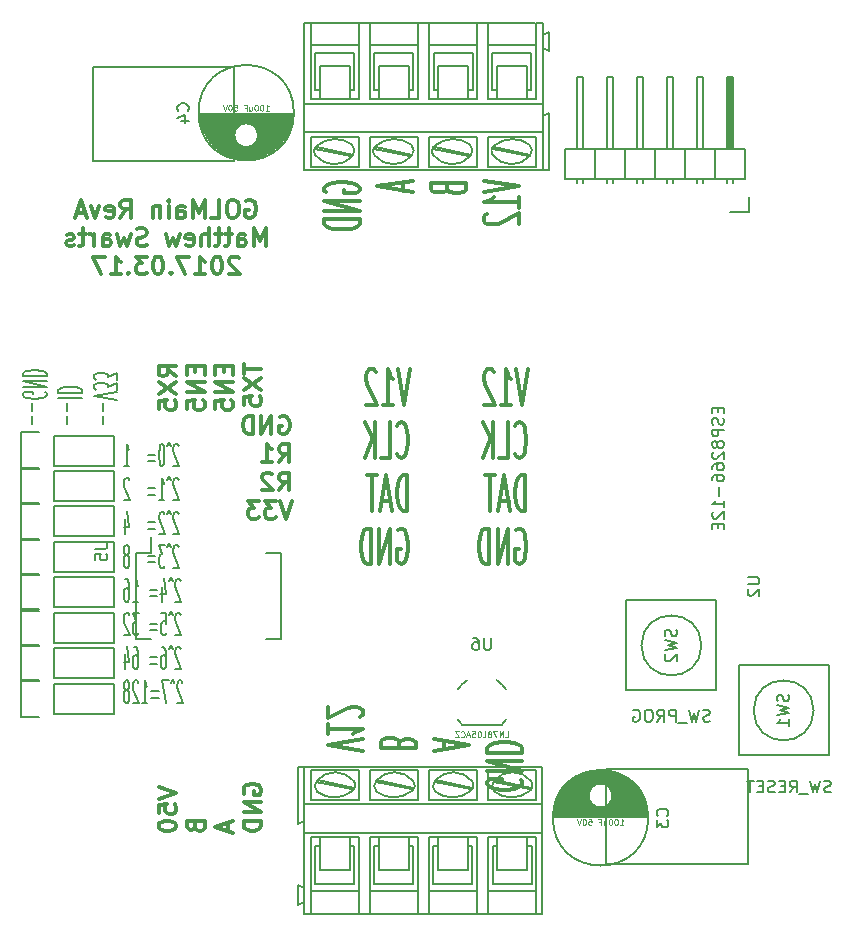
<source format=gbr>
G04 #@! TF.FileFunction,Legend,Bot*
%FSLAX46Y46*%
G04 Gerber Fmt 4.6, Leading zero omitted, Abs format (unit mm)*
G04 Created by KiCad (PCBNEW 4.0.1-stable) date 3/20/2017 10:08:16 AM*
%MOMM*%
G01*
G04 APERTURE LIST*
%ADD10C,0.100000*%
%ADD11C,0.300000*%
%ADD12C,0.200000*%
%ADD13C,0.150000*%
G04 APERTURE END LIST*
D10*
D11*
X112000000Y-104350000D02*
X112142857Y-104278571D01*
X112357143Y-104278571D01*
X112571428Y-104350000D01*
X112714286Y-104492857D01*
X112785714Y-104635714D01*
X112857143Y-104921429D01*
X112857143Y-105135714D01*
X112785714Y-105421429D01*
X112714286Y-105564286D01*
X112571428Y-105707143D01*
X112357143Y-105778571D01*
X112214286Y-105778571D01*
X112000000Y-105707143D01*
X111928571Y-105635714D01*
X111928571Y-105135714D01*
X112214286Y-105135714D01*
X111000000Y-104278571D02*
X110714286Y-104278571D01*
X110571428Y-104350000D01*
X110428571Y-104492857D01*
X110357143Y-104778571D01*
X110357143Y-105278571D01*
X110428571Y-105564286D01*
X110571428Y-105707143D01*
X110714286Y-105778571D01*
X111000000Y-105778571D01*
X111142857Y-105707143D01*
X111285714Y-105564286D01*
X111357143Y-105278571D01*
X111357143Y-104778571D01*
X111285714Y-104492857D01*
X111142857Y-104350000D01*
X111000000Y-104278571D01*
X108999999Y-105778571D02*
X109714285Y-105778571D01*
X109714285Y-104278571D01*
X108499999Y-105778571D02*
X108499999Y-104278571D01*
X107999999Y-105350000D01*
X107499999Y-104278571D01*
X107499999Y-105778571D01*
X106142856Y-105778571D02*
X106142856Y-104992857D01*
X106214285Y-104850000D01*
X106357142Y-104778571D01*
X106642856Y-104778571D01*
X106785713Y-104850000D01*
X106142856Y-105707143D02*
X106285713Y-105778571D01*
X106642856Y-105778571D01*
X106785713Y-105707143D01*
X106857142Y-105564286D01*
X106857142Y-105421429D01*
X106785713Y-105278571D01*
X106642856Y-105207143D01*
X106285713Y-105207143D01*
X106142856Y-105135714D01*
X105428570Y-105778571D02*
X105428570Y-104778571D01*
X105428570Y-104278571D02*
X105499999Y-104350000D01*
X105428570Y-104421429D01*
X105357142Y-104350000D01*
X105428570Y-104278571D01*
X105428570Y-104421429D01*
X104714284Y-104778571D02*
X104714284Y-105778571D01*
X104714284Y-104921429D02*
X104642856Y-104850000D01*
X104499998Y-104778571D01*
X104285713Y-104778571D01*
X104142856Y-104850000D01*
X104071427Y-104992857D01*
X104071427Y-105778571D01*
X101357141Y-105778571D02*
X101857141Y-105064286D01*
X102214284Y-105778571D02*
X102214284Y-104278571D01*
X101642856Y-104278571D01*
X101499998Y-104350000D01*
X101428570Y-104421429D01*
X101357141Y-104564286D01*
X101357141Y-104778571D01*
X101428570Y-104921429D01*
X101499998Y-104992857D01*
X101642856Y-105064286D01*
X102214284Y-105064286D01*
X100142856Y-105707143D02*
X100285713Y-105778571D01*
X100571427Y-105778571D01*
X100714284Y-105707143D01*
X100785713Y-105564286D01*
X100785713Y-104992857D01*
X100714284Y-104850000D01*
X100571427Y-104778571D01*
X100285713Y-104778571D01*
X100142856Y-104850000D01*
X100071427Y-104992857D01*
X100071427Y-105135714D01*
X100785713Y-105278571D01*
X99571427Y-104778571D02*
X99214284Y-105778571D01*
X98857142Y-104778571D01*
X98357142Y-105350000D02*
X97642856Y-105350000D01*
X98499999Y-105778571D02*
X97999999Y-104278571D01*
X97499999Y-105778571D01*
X113642857Y-108178571D02*
X113642857Y-106678571D01*
X113142857Y-107750000D01*
X112642857Y-106678571D01*
X112642857Y-108178571D01*
X111285714Y-108178571D02*
X111285714Y-107392857D01*
X111357143Y-107250000D01*
X111500000Y-107178571D01*
X111785714Y-107178571D01*
X111928571Y-107250000D01*
X111285714Y-108107143D02*
X111428571Y-108178571D01*
X111785714Y-108178571D01*
X111928571Y-108107143D01*
X112000000Y-107964286D01*
X112000000Y-107821429D01*
X111928571Y-107678571D01*
X111785714Y-107607143D01*
X111428571Y-107607143D01*
X111285714Y-107535714D01*
X110785714Y-107178571D02*
X110214285Y-107178571D01*
X110571428Y-106678571D02*
X110571428Y-107964286D01*
X110500000Y-108107143D01*
X110357142Y-108178571D01*
X110214285Y-108178571D01*
X109928571Y-107178571D02*
X109357142Y-107178571D01*
X109714285Y-106678571D02*
X109714285Y-107964286D01*
X109642857Y-108107143D01*
X109499999Y-108178571D01*
X109357142Y-108178571D01*
X108857142Y-108178571D02*
X108857142Y-106678571D01*
X108214285Y-108178571D02*
X108214285Y-107392857D01*
X108285714Y-107250000D01*
X108428571Y-107178571D01*
X108642856Y-107178571D01*
X108785714Y-107250000D01*
X108857142Y-107321429D01*
X106928571Y-108107143D02*
X107071428Y-108178571D01*
X107357142Y-108178571D01*
X107499999Y-108107143D01*
X107571428Y-107964286D01*
X107571428Y-107392857D01*
X107499999Y-107250000D01*
X107357142Y-107178571D01*
X107071428Y-107178571D01*
X106928571Y-107250000D01*
X106857142Y-107392857D01*
X106857142Y-107535714D01*
X107571428Y-107678571D01*
X106357142Y-107178571D02*
X106071428Y-108178571D01*
X105785714Y-107464286D01*
X105499999Y-108178571D01*
X105214285Y-107178571D01*
X103571428Y-108107143D02*
X103357142Y-108178571D01*
X102999999Y-108178571D01*
X102857142Y-108107143D01*
X102785713Y-108035714D01*
X102714285Y-107892857D01*
X102714285Y-107750000D01*
X102785713Y-107607143D01*
X102857142Y-107535714D01*
X102999999Y-107464286D01*
X103285713Y-107392857D01*
X103428571Y-107321429D01*
X103499999Y-107250000D01*
X103571428Y-107107143D01*
X103571428Y-106964286D01*
X103499999Y-106821429D01*
X103428571Y-106750000D01*
X103285713Y-106678571D01*
X102928571Y-106678571D01*
X102714285Y-106750000D01*
X102214285Y-107178571D02*
X101928571Y-108178571D01*
X101642857Y-107464286D01*
X101357142Y-108178571D01*
X101071428Y-107178571D01*
X99857142Y-108178571D02*
X99857142Y-107392857D01*
X99928571Y-107250000D01*
X100071428Y-107178571D01*
X100357142Y-107178571D01*
X100499999Y-107250000D01*
X99857142Y-108107143D02*
X99999999Y-108178571D01*
X100357142Y-108178571D01*
X100499999Y-108107143D01*
X100571428Y-107964286D01*
X100571428Y-107821429D01*
X100499999Y-107678571D01*
X100357142Y-107607143D01*
X99999999Y-107607143D01*
X99857142Y-107535714D01*
X99142856Y-108178571D02*
X99142856Y-107178571D01*
X99142856Y-107464286D02*
X99071428Y-107321429D01*
X98999999Y-107250000D01*
X98857142Y-107178571D01*
X98714285Y-107178571D01*
X98428571Y-107178571D02*
X97857142Y-107178571D01*
X98214285Y-106678571D02*
X98214285Y-107964286D01*
X98142857Y-108107143D01*
X97999999Y-108178571D01*
X97857142Y-108178571D01*
X97428571Y-108107143D02*
X97285714Y-108178571D01*
X96999999Y-108178571D01*
X96857142Y-108107143D01*
X96785714Y-107964286D01*
X96785714Y-107892857D01*
X96857142Y-107750000D01*
X96999999Y-107678571D01*
X97214285Y-107678571D01*
X97357142Y-107607143D01*
X97428571Y-107464286D01*
X97428571Y-107392857D01*
X97357142Y-107250000D01*
X97214285Y-107178571D01*
X96999999Y-107178571D01*
X96857142Y-107250000D01*
X111392856Y-109221429D02*
X111321427Y-109150000D01*
X111178570Y-109078571D01*
X110821427Y-109078571D01*
X110678570Y-109150000D01*
X110607141Y-109221429D01*
X110535713Y-109364286D01*
X110535713Y-109507143D01*
X110607141Y-109721429D01*
X111464284Y-110578571D01*
X110535713Y-110578571D01*
X109607142Y-109078571D02*
X109464285Y-109078571D01*
X109321428Y-109150000D01*
X109249999Y-109221429D01*
X109178570Y-109364286D01*
X109107142Y-109650000D01*
X109107142Y-110007143D01*
X109178570Y-110292857D01*
X109249999Y-110435714D01*
X109321428Y-110507143D01*
X109464285Y-110578571D01*
X109607142Y-110578571D01*
X109749999Y-110507143D01*
X109821428Y-110435714D01*
X109892856Y-110292857D01*
X109964285Y-110007143D01*
X109964285Y-109650000D01*
X109892856Y-109364286D01*
X109821428Y-109221429D01*
X109749999Y-109150000D01*
X109607142Y-109078571D01*
X107678571Y-110578571D02*
X108535714Y-110578571D01*
X108107142Y-110578571D02*
X108107142Y-109078571D01*
X108249999Y-109292857D01*
X108392857Y-109435714D01*
X108535714Y-109507143D01*
X107178571Y-109078571D02*
X106178571Y-109078571D01*
X106821428Y-110578571D01*
X105607143Y-110435714D02*
X105535715Y-110507143D01*
X105607143Y-110578571D01*
X105678572Y-110507143D01*
X105607143Y-110435714D01*
X105607143Y-110578571D01*
X104607143Y-109078571D02*
X104464286Y-109078571D01*
X104321429Y-109150000D01*
X104250000Y-109221429D01*
X104178571Y-109364286D01*
X104107143Y-109650000D01*
X104107143Y-110007143D01*
X104178571Y-110292857D01*
X104250000Y-110435714D01*
X104321429Y-110507143D01*
X104464286Y-110578571D01*
X104607143Y-110578571D01*
X104750000Y-110507143D01*
X104821429Y-110435714D01*
X104892857Y-110292857D01*
X104964286Y-110007143D01*
X104964286Y-109650000D01*
X104892857Y-109364286D01*
X104821429Y-109221429D01*
X104750000Y-109150000D01*
X104607143Y-109078571D01*
X103607143Y-109078571D02*
X102678572Y-109078571D01*
X103178572Y-109650000D01*
X102964286Y-109650000D01*
X102821429Y-109721429D01*
X102750000Y-109792857D01*
X102678572Y-109935714D01*
X102678572Y-110292857D01*
X102750000Y-110435714D01*
X102821429Y-110507143D01*
X102964286Y-110578571D01*
X103392858Y-110578571D01*
X103535715Y-110507143D01*
X103607143Y-110435714D01*
X102035715Y-110435714D02*
X101964287Y-110507143D01*
X102035715Y-110578571D01*
X102107144Y-110507143D01*
X102035715Y-110435714D01*
X102035715Y-110578571D01*
X100535715Y-110578571D02*
X101392858Y-110578571D01*
X100964286Y-110578571D02*
X100964286Y-109078571D01*
X101107143Y-109292857D01*
X101250001Y-109435714D01*
X101392858Y-109507143D01*
X100035715Y-109078571D02*
X99035715Y-109078571D01*
X99678572Y-110578571D01*
X104578571Y-154000001D02*
X106078571Y-154500001D01*
X104578571Y-155000001D01*
X104578571Y-156214287D02*
X104578571Y-155500001D01*
X105292857Y-155428572D01*
X105221429Y-155500001D01*
X105150000Y-155642858D01*
X105150000Y-156000001D01*
X105221429Y-156142858D01*
X105292857Y-156214287D01*
X105435714Y-156285715D01*
X105792857Y-156285715D01*
X105935714Y-156214287D01*
X106007143Y-156142858D01*
X106078571Y-156000001D01*
X106078571Y-155642858D01*
X106007143Y-155500001D01*
X105935714Y-155428572D01*
X104578571Y-157214286D02*
X104578571Y-157357143D01*
X104650000Y-157500000D01*
X104721429Y-157571429D01*
X104864286Y-157642858D01*
X105150000Y-157714286D01*
X105507143Y-157714286D01*
X105792857Y-157642858D01*
X105935714Y-157571429D01*
X106007143Y-157500000D01*
X106078571Y-157357143D01*
X106078571Y-157214286D01*
X106007143Y-157071429D01*
X105935714Y-157000000D01*
X105792857Y-156928572D01*
X105507143Y-156857143D01*
X105150000Y-156857143D01*
X104864286Y-156928572D01*
X104721429Y-157000000D01*
X104650000Y-157071429D01*
X104578571Y-157214286D01*
X107692857Y-157357143D02*
X107764286Y-157571429D01*
X107835714Y-157642857D01*
X107978571Y-157714286D01*
X108192857Y-157714286D01*
X108335714Y-157642857D01*
X108407143Y-157571429D01*
X108478571Y-157428571D01*
X108478571Y-156857143D01*
X106978571Y-156857143D01*
X106978571Y-157357143D01*
X107050000Y-157500000D01*
X107121429Y-157571429D01*
X107264286Y-157642857D01*
X107407143Y-157642857D01*
X107550000Y-157571429D01*
X107621429Y-157500000D01*
X107692857Y-157357143D01*
X107692857Y-156857143D01*
X110450000Y-157000000D02*
X110450000Y-157714286D01*
X110878571Y-156857143D02*
X109378571Y-157357143D01*
X110878571Y-157857143D01*
X111850000Y-154571428D02*
X111778571Y-154428571D01*
X111778571Y-154214285D01*
X111850000Y-154000000D01*
X111992857Y-153857142D01*
X112135714Y-153785714D01*
X112421429Y-153714285D01*
X112635714Y-153714285D01*
X112921429Y-153785714D01*
X113064286Y-153857142D01*
X113207143Y-154000000D01*
X113278571Y-154214285D01*
X113278571Y-154357142D01*
X113207143Y-154571428D01*
X113135714Y-154642857D01*
X112635714Y-154642857D01*
X112635714Y-154357142D01*
X113278571Y-155285714D02*
X111778571Y-155285714D01*
X113278571Y-156142857D01*
X111778571Y-156142857D01*
X113278571Y-156857143D02*
X111778571Y-156857143D01*
X111778571Y-157214286D01*
X111850000Y-157428571D01*
X111992857Y-157571429D01*
X112135714Y-157642857D01*
X112421429Y-157714286D01*
X112635714Y-157714286D01*
X112921429Y-157642857D01*
X113064286Y-157571429D01*
X113207143Y-157428571D01*
X113278571Y-157214286D01*
X113278571Y-156857143D01*
X106078571Y-119214286D02*
X105364286Y-118714286D01*
X106078571Y-118357143D02*
X104578571Y-118357143D01*
X104578571Y-118928571D01*
X104650000Y-119071429D01*
X104721429Y-119142857D01*
X104864286Y-119214286D01*
X105078571Y-119214286D01*
X105221429Y-119142857D01*
X105292857Y-119071429D01*
X105364286Y-118928571D01*
X105364286Y-118357143D01*
X104578571Y-119714286D02*
X106078571Y-120714286D01*
X104578571Y-120714286D02*
X106078571Y-119714286D01*
X104578571Y-122000000D02*
X104578571Y-121285714D01*
X105292857Y-121214285D01*
X105221429Y-121285714D01*
X105150000Y-121428571D01*
X105150000Y-121785714D01*
X105221429Y-121928571D01*
X105292857Y-122000000D01*
X105435714Y-122071428D01*
X105792857Y-122071428D01*
X105935714Y-122000000D01*
X106007143Y-121928571D01*
X106078571Y-121785714D01*
X106078571Y-121428571D01*
X106007143Y-121285714D01*
X105935714Y-121214285D01*
X107692857Y-118357143D02*
X107692857Y-118857143D01*
X108478571Y-119071429D02*
X108478571Y-118357143D01*
X106978571Y-118357143D01*
X106978571Y-119071429D01*
X108478571Y-119714286D02*
X106978571Y-119714286D01*
X108478571Y-120571429D01*
X106978571Y-120571429D01*
X106978571Y-122000001D02*
X106978571Y-121285715D01*
X107692857Y-121214286D01*
X107621429Y-121285715D01*
X107550000Y-121428572D01*
X107550000Y-121785715D01*
X107621429Y-121928572D01*
X107692857Y-122000001D01*
X107835714Y-122071429D01*
X108192857Y-122071429D01*
X108335714Y-122000001D01*
X108407143Y-121928572D01*
X108478571Y-121785715D01*
X108478571Y-121428572D01*
X108407143Y-121285715D01*
X108335714Y-121214286D01*
X110092857Y-118357143D02*
X110092857Y-118857143D01*
X110878571Y-119071429D02*
X110878571Y-118357143D01*
X109378571Y-118357143D01*
X109378571Y-119071429D01*
X110878571Y-119714286D02*
X109378571Y-119714286D01*
X110878571Y-120571429D01*
X109378571Y-120571429D01*
X109378571Y-122000001D02*
X109378571Y-121285715D01*
X110092857Y-121214286D01*
X110021429Y-121285715D01*
X109950000Y-121428572D01*
X109950000Y-121785715D01*
X110021429Y-121928572D01*
X110092857Y-122000001D01*
X110235714Y-122071429D01*
X110592857Y-122071429D01*
X110735714Y-122000001D01*
X110807143Y-121928572D01*
X110878571Y-121785715D01*
X110878571Y-121428572D01*
X110807143Y-121285715D01*
X110735714Y-121214286D01*
X111778571Y-118142857D02*
X111778571Y-119000000D01*
X113278571Y-118571429D02*
X111778571Y-118571429D01*
X111778571Y-119357143D02*
X113278571Y-120357143D01*
X111778571Y-120357143D02*
X113278571Y-119357143D01*
X111778571Y-121642857D02*
X111778571Y-120928571D01*
X112492857Y-120857142D01*
X112421429Y-120928571D01*
X112350000Y-121071428D01*
X112350000Y-121428571D01*
X112421429Y-121571428D01*
X112492857Y-121642857D01*
X112635714Y-121714285D01*
X112992857Y-121714285D01*
X113135714Y-121642857D01*
X113207143Y-121571428D01*
X113278571Y-121428571D01*
X113278571Y-121071428D01*
X113207143Y-120928571D01*
X113135714Y-120857142D01*
X135857143Y-118607143D02*
X135357143Y-121607143D01*
X134857143Y-118607143D01*
X133571429Y-121607143D02*
X134428572Y-121607143D01*
X134000000Y-121607143D02*
X134000000Y-118607143D01*
X134142857Y-119035714D01*
X134285715Y-119321429D01*
X134428572Y-119464286D01*
X133000001Y-118892857D02*
X132928572Y-118750000D01*
X132785715Y-118607143D01*
X132428572Y-118607143D01*
X132285715Y-118750000D01*
X132214286Y-118892857D01*
X132142858Y-119178571D01*
X132142858Y-119464286D01*
X132214286Y-119892857D01*
X133071429Y-121607143D01*
X132142858Y-121607143D01*
X134785714Y-125821429D02*
X134857143Y-125964286D01*
X135071429Y-126107143D01*
X135214286Y-126107143D01*
X135428571Y-125964286D01*
X135571429Y-125678571D01*
X135642857Y-125392857D01*
X135714286Y-124821429D01*
X135714286Y-124392857D01*
X135642857Y-123821429D01*
X135571429Y-123535714D01*
X135428571Y-123250000D01*
X135214286Y-123107143D01*
X135071429Y-123107143D01*
X134857143Y-123250000D01*
X134785714Y-123392857D01*
X133428571Y-126107143D02*
X134142857Y-126107143D01*
X134142857Y-123107143D01*
X132928571Y-126107143D02*
X132928571Y-123107143D01*
X132071428Y-126107143D02*
X132714285Y-124392857D01*
X132071428Y-123107143D02*
X132928571Y-124821429D01*
X135642857Y-130607143D02*
X135642857Y-127607143D01*
X135285714Y-127607143D01*
X135071429Y-127750000D01*
X134928571Y-128035714D01*
X134857143Y-128321429D01*
X134785714Y-128892857D01*
X134785714Y-129321429D01*
X134857143Y-129892857D01*
X134928571Y-130178571D01*
X135071429Y-130464286D01*
X135285714Y-130607143D01*
X135642857Y-130607143D01*
X134214286Y-129750000D02*
X133500000Y-129750000D01*
X134357143Y-130607143D02*
X133857143Y-127607143D01*
X133357143Y-130607143D01*
X133071429Y-127607143D02*
X132214286Y-127607143D01*
X132642857Y-130607143D02*
X132642857Y-127607143D01*
X134857143Y-132250000D02*
X135000000Y-132107143D01*
X135214286Y-132107143D01*
X135428571Y-132250000D01*
X135571429Y-132535714D01*
X135642857Y-132821429D01*
X135714286Y-133392857D01*
X135714286Y-133821429D01*
X135642857Y-134392857D01*
X135571429Y-134678571D01*
X135428571Y-134964286D01*
X135214286Y-135107143D01*
X135071429Y-135107143D01*
X134857143Y-134964286D01*
X134785714Y-134821429D01*
X134785714Y-133821429D01*
X135071429Y-133821429D01*
X134142857Y-135107143D02*
X134142857Y-132107143D01*
X133285714Y-135107143D01*
X133285714Y-132107143D01*
X132571428Y-135107143D02*
X132571428Y-132107143D01*
X132214285Y-132107143D01*
X132000000Y-132250000D01*
X131857142Y-132535714D01*
X131785714Y-132821429D01*
X131714285Y-133392857D01*
X131714285Y-133821429D01*
X131785714Y-134392857D01*
X131857142Y-134678571D01*
X132000000Y-134964286D01*
X132214285Y-135107143D01*
X132571428Y-135107143D01*
X118750000Y-103642857D02*
X118607143Y-103500000D01*
X118607143Y-103285714D01*
X118750000Y-103071429D01*
X119035714Y-102928571D01*
X119321429Y-102857143D01*
X119892857Y-102785714D01*
X120321429Y-102785714D01*
X120892857Y-102857143D01*
X121178571Y-102928571D01*
X121464286Y-103071429D01*
X121607143Y-103285714D01*
X121607143Y-103428571D01*
X121464286Y-103642857D01*
X121321429Y-103714286D01*
X120321429Y-103714286D01*
X120321429Y-103428571D01*
X121607143Y-104357143D02*
X118607143Y-104357143D01*
X121607143Y-105214286D01*
X118607143Y-105214286D01*
X121607143Y-105928572D02*
X118607143Y-105928572D01*
X118607143Y-106285715D01*
X118750000Y-106500000D01*
X119035714Y-106642858D01*
X119321429Y-106714286D01*
X119892857Y-106785715D01*
X120321429Y-106785715D01*
X120892857Y-106714286D01*
X121178571Y-106642858D01*
X121464286Y-106500000D01*
X121607143Y-106285715D01*
X121607143Y-105928572D01*
X125250000Y-102785714D02*
X125250000Y-103500000D01*
X126107143Y-102642857D02*
X123107143Y-103142857D01*
X126107143Y-103642857D01*
X129035714Y-103357143D02*
X129178571Y-103571429D01*
X129321429Y-103642857D01*
X129607143Y-103714286D01*
X130035714Y-103714286D01*
X130321429Y-103642857D01*
X130464286Y-103571429D01*
X130607143Y-103428571D01*
X130607143Y-102857143D01*
X127607143Y-102857143D01*
X127607143Y-103357143D01*
X127750000Y-103500000D01*
X127892857Y-103571429D01*
X128178571Y-103642857D01*
X128464286Y-103642857D01*
X128750000Y-103571429D01*
X128892857Y-103500000D01*
X129035714Y-103357143D01*
X129035714Y-102857143D01*
X132107143Y-102642857D02*
X135107143Y-103142857D01*
X132107143Y-103642857D01*
X135107143Y-104928571D02*
X135107143Y-104071428D01*
X135107143Y-104500000D02*
X132107143Y-104500000D01*
X132535714Y-104357143D01*
X132821429Y-104214285D01*
X132964286Y-104071428D01*
X132392857Y-105499999D02*
X132250000Y-105571428D01*
X132107143Y-105714285D01*
X132107143Y-106071428D01*
X132250000Y-106214285D01*
X132392857Y-106285714D01*
X132678571Y-106357142D01*
X132964286Y-106357142D01*
X133392857Y-106285714D01*
X135107143Y-105428571D01*
X135107143Y-106357142D01*
X114857143Y-122650000D02*
X115000000Y-122578571D01*
X115214286Y-122578571D01*
X115428571Y-122650000D01*
X115571429Y-122792857D01*
X115642857Y-122935714D01*
X115714286Y-123221429D01*
X115714286Y-123435714D01*
X115642857Y-123721429D01*
X115571429Y-123864286D01*
X115428571Y-124007143D01*
X115214286Y-124078571D01*
X115071429Y-124078571D01*
X114857143Y-124007143D01*
X114785714Y-123935714D01*
X114785714Y-123435714D01*
X115071429Y-123435714D01*
X114142857Y-124078571D02*
X114142857Y-122578571D01*
X113285714Y-124078571D01*
X113285714Y-122578571D01*
X112571428Y-124078571D02*
X112571428Y-122578571D01*
X112214285Y-122578571D01*
X112000000Y-122650000D01*
X111857142Y-122792857D01*
X111785714Y-122935714D01*
X111714285Y-123221429D01*
X111714285Y-123435714D01*
X111785714Y-123721429D01*
X111857142Y-123864286D01*
X112000000Y-124007143D01*
X112214285Y-124078571D01*
X112571428Y-124078571D01*
X114785714Y-126478571D02*
X115285714Y-125764286D01*
X115642857Y-126478571D02*
X115642857Y-124978571D01*
X115071429Y-124978571D01*
X114928571Y-125050000D01*
X114857143Y-125121429D01*
X114785714Y-125264286D01*
X114785714Y-125478571D01*
X114857143Y-125621429D01*
X114928571Y-125692857D01*
X115071429Y-125764286D01*
X115642857Y-125764286D01*
X113357143Y-126478571D02*
X114214286Y-126478571D01*
X113785714Y-126478571D02*
X113785714Y-124978571D01*
X113928571Y-125192857D01*
X114071429Y-125335714D01*
X114214286Y-125407143D01*
X114785714Y-128878571D02*
X115285714Y-128164286D01*
X115642857Y-128878571D02*
X115642857Y-127378571D01*
X115071429Y-127378571D01*
X114928571Y-127450000D01*
X114857143Y-127521429D01*
X114785714Y-127664286D01*
X114785714Y-127878571D01*
X114857143Y-128021429D01*
X114928571Y-128092857D01*
X115071429Y-128164286D01*
X115642857Y-128164286D01*
X114214286Y-127521429D02*
X114142857Y-127450000D01*
X114000000Y-127378571D01*
X113642857Y-127378571D01*
X113500000Y-127450000D01*
X113428571Y-127521429D01*
X113357143Y-127664286D01*
X113357143Y-127807143D01*
X113428571Y-128021429D01*
X114285714Y-128878571D01*
X113357143Y-128878571D01*
X115857143Y-129778571D02*
X115357143Y-131278571D01*
X114857143Y-129778571D01*
X114500000Y-129778571D02*
X113571429Y-129778571D01*
X114071429Y-130350000D01*
X113857143Y-130350000D01*
X113714286Y-130421429D01*
X113642857Y-130492857D01*
X113571429Y-130635714D01*
X113571429Y-130992857D01*
X113642857Y-131135714D01*
X113714286Y-131207143D01*
X113857143Y-131278571D01*
X114285715Y-131278571D01*
X114428572Y-131207143D01*
X114500000Y-131135714D01*
X113071429Y-129778571D02*
X112142858Y-129778571D01*
X112642858Y-130350000D01*
X112428572Y-130350000D01*
X112285715Y-130421429D01*
X112214286Y-130492857D01*
X112142858Y-130635714D01*
X112142858Y-130992857D01*
X112214286Y-131135714D01*
X112285715Y-131207143D01*
X112428572Y-131278571D01*
X112857144Y-131278571D01*
X113000001Y-131207143D01*
X113071429Y-131135714D01*
X125857143Y-118607143D02*
X125357143Y-121607143D01*
X124857143Y-118607143D01*
X123571429Y-121607143D02*
X124428572Y-121607143D01*
X124000000Y-121607143D02*
X124000000Y-118607143D01*
X124142857Y-119035714D01*
X124285715Y-119321429D01*
X124428572Y-119464286D01*
X123000001Y-118892857D02*
X122928572Y-118750000D01*
X122785715Y-118607143D01*
X122428572Y-118607143D01*
X122285715Y-118750000D01*
X122214286Y-118892857D01*
X122142858Y-119178571D01*
X122142858Y-119464286D01*
X122214286Y-119892857D01*
X123071429Y-121607143D01*
X122142858Y-121607143D01*
X124785714Y-125821429D02*
X124857143Y-125964286D01*
X125071429Y-126107143D01*
X125214286Y-126107143D01*
X125428571Y-125964286D01*
X125571429Y-125678571D01*
X125642857Y-125392857D01*
X125714286Y-124821429D01*
X125714286Y-124392857D01*
X125642857Y-123821429D01*
X125571429Y-123535714D01*
X125428571Y-123250000D01*
X125214286Y-123107143D01*
X125071429Y-123107143D01*
X124857143Y-123250000D01*
X124785714Y-123392857D01*
X123428571Y-126107143D02*
X124142857Y-126107143D01*
X124142857Y-123107143D01*
X122928571Y-126107143D02*
X122928571Y-123107143D01*
X122071428Y-126107143D02*
X122714285Y-124392857D01*
X122071428Y-123107143D02*
X122928571Y-124821429D01*
X125642857Y-130607143D02*
X125642857Y-127607143D01*
X125285714Y-127607143D01*
X125071429Y-127750000D01*
X124928571Y-128035714D01*
X124857143Y-128321429D01*
X124785714Y-128892857D01*
X124785714Y-129321429D01*
X124857143Y-129892857D01*
X124928571Y-130178571D01*
X125071429Y-130464286D01*
X125285714Y-130607143D01*
X125642857Y-130607143D01*
X124214286Y-129750000D02*
X123500000Y-129750000D01*
X124357143Y-130607143D02*
X123857143Y-127607143D01*
X123357143Y-130607143D01*
X123071429Y-127607143D02*
X122214286Y-127607143D01*
X122642857Y-130607143D02*
X122642857Y-127607143D01*
X124857143Y-132250000D02*
X125000000Y-132107143D01*
X125214286Y-132107143D01*
X125428571Y-132250000D01*
X125571429Y-132535714D01*
X125642857Y-132821429D01*
X125714286Y-133392857D01*
X125714286Y-133821429D01*
X125642857Y-134392857D01*
X125571429Y-134678571D01*
X125428571Y-134964286D01*
X125214286Y-135107143D01*
X125071429Y-135107143D01*
X124857143Y-134964286D01*
X124785714Y-134821429D01*
X124785714Y-133821429D01*
X125071429Y-133821429D01*
X124142857Y-135107143D02*
X124142857Y-132107143D01*
X123285714Y-135107143D01*
X123285714Y-132107143D01*
X122571428Y-135107143D02*
X122571428Y-132107143D01*
X122214285Y-132107143D01*
X122000000Y-132250000D01*
X121857142Y-132535714D01*
X121785714Y-132821429D01*
X121714285Y-133392857D01*
X121714285Y-133821429D01*
X121785714Y-134392857D01*
X121857142Y-134678571D01*
X122000000Y-134964286D01*
X122214285Y-135107143D01*
X122571428Y-135107143D01*
X135250000Y-153357143D02*
X135392857Y-153500000D01*
X135392857Y-153714286D01*
X135250000Y-153928571D01*
X134964286Y-154071429D01*
X134678571Y-154142857D01*
X134107143Y-154214286D01*
X133678571Y-154214286D01*
X133107143Y-154142857D01*
X132821429Y-154071429D01*
X132535714Y-153928571D01*
X132392857Y-153714286D01*
X132392857Y-153571429D01*
X132535714Y-153357143D01*
X132678571Y-153285714D01*
X133678571Y-153285714D01*
X133678571Y-153571429D01*
X132392857Y-152642857D02*
X135392857Y-152642857D01*
X132392857Y-151785714D01*
X135392857Y-151785714D01*
X132392857Y-151071428D02*
X135392857Y-151071428D01*
X135392857Y-150714285D01*
X135250000Y-150500000D01*
X134964286Y-150357142D01*
X134678571Y-150285714D01*
X134107143Y-150214285D01*
X133678571Y-150214285D01*
X133107143Y-150285714D01*
X132821429Y-150357142D01*
X132535714Y-150500000D01*
X132392857Y-150714285D01*
X132392857Y-151071428D01*
X128750000Y-150785715D02*
X128750000Y-150071429D01*
X127892857Y-150928572D02*
X130892857Y-150428572D01*
X127892857Y-149928572D01*
X124964286Y-150214286D02*
X124821429Y-150000000D01*
X124678571Y-149928572D01*
X124392857Y-149857143D01*
X123964286Y-149857143D01*
X123678571Y-149928572D01*
X123535714Y-150000000D01*
X123392857Y-150142858D01*
X123392857Y-150714286D01*
X126392857Y-150714286D01*
X126392857Y-150214286D01*
X126250000Y-150071429D01*
X126107143Y-150000000D01*
X125821429Y-149928572D01*
X125535714Y-149928572D01*
X125250000Y-150000000D01*
X125107143Y-150071429D01*
X124964286Y-150214286D01*
X124964286Y-150714286D01*
X121892857Y-150928572D02*
X118892857Y-150428572D01*
X121892857Y-149928572D01*
X118892857Y-148642858D02*
X118892857Y-149500001D01*
X118892857Y-149071429D02*
X121892857Y-149071429D01*
X121464286Y-149214286D01*
X121178571Y-149357144D01*
X121035714Y-149500001D01*
X121607143Y-148071430D02*
X121750000Y-148000001D01*
X121892857Y-147857144D01*
X121892857Y-147500001D01*
X121750000Y-147357144D01*
X121607143Y-147285715D01*
X121321429Y-147214287D01*
X121035714Y-147214287D01*
X120607143Y-147285715D01*
X118892857Y-148142858D01*
X118892857Y-147214287D01*
D12*
X99000000Y-93000000D02*
X111000000Y-93000000D01*
X99000000Y-101000000D02*
X99000000Y-93000000D01*
X111000000Y-101000000D02*
X99000000Y-101000000D01*
X111000000Y-93000000D02*
X111000000Y-101000000D01*
X99857143Y-123285714D02*
X99857143Y-122600000D01*
X99857143Y-122171428D02*
X99857143Y-121485714D01*
X101095238Y-121185714D02*
X99095238Y-120885714D01*
X101095238Y-120585714D01*
X101095238Y-120371428D02*
X101095238Y-119814285D01*
X100333333Y-120114285D01*
X100333333Y-119985713D01*
X100238095Y-119899999D01*
X100142857Y-119857142D01*
X99952381Y-119814285D01*
X99476190Y-119814285D01*
X99285714Y-119857142D01*
X99190476Y-119899999D01*
X99095238Y-119985713D01*
X99095238Y-120242856D01*
X99190476Y-120328570D01*
X99285714Y-120371428D01*
X101095238Y-119514285D02*
X101095238Y-118957142D01*
X100333333Y-119257142D01*
X100333333Y-119128570D01*
X100238095Y-119042856D01*
X100142857Y-118999999D01*
X99952381Y-118957142D01*
X99476190Y-118957142D01*
X99285714Y-118999999D01*
X99190476Y-119042856D01*
X99095238Y-119128570D01*
X99095238Y-119385713D01*
X99190476Y-119471427D01*
X99285714Y-119514285D01*
X96857143Y-123285714D02*
X96857143Y-122600000D01*
X96857143Y-122171428D02*
X96857143Y-121485714D01*
X96095238Y-121057142D02*
X98095238Y-121057142D01*
X96095238Y-120628571D02*
X98095238Y-120628571D01*
X98095238Y-120414286D01*
X98000000Y-120285714D01*
X97809524Y-120200000D01*
X97619048Y-120157143D01*
X97238095Y-120114286D01*
X96952381Y-120114286D01*
X96571429Y-120157143D01*
X96380952Y-120200000D01*
X96190476Y-120285714D01*
X96095238Y-120414286D01*
X96095238Y-120628571D01*
X93857143Y-123285714D02*
X93857143Y-122600000D01*
X93857143Y-122171428D02*
X93857143Y-121485714D01*
X95000000Y-120585714D02*
X95095238Y-120671428D01*
X95095238Y-120799999D01*
X95000000Y-120928571D01*
X94809524Y-121014285D01*
X94619048Y-121057142D01*
X94238095Y-121099999D01*
X93952381Y-121099999D01*
X93571429Y-121057142D01*
X93380952Y-121014285D01*
X93190476Y-120928571D01*
X93095238Y-120799999D01*
X93095238Y-120714285D01*
X93190476Y-120585714D01*
X93285714Y-120542857D01*
X93952381Y-120542857D01*
X93952381Y-120714285D01*
X93095238Y-120157142D02*
X95095238Y-120157142D01*
X93095238Y-119642857D01*
X95095238Y-119642857D01*
X93095238Y-119214285D02*
X95095238Y-119214285D01*
X95095238Y-119000000D01*
X95000000Y-118871428D01*
X94809524Y-118785714D01*
X94619048Y-118742857D01*
X94238095Y-118700000D01*
X93952381Y-118700000D01*
X93571429Y-118742857D01*
X93380952Y-118785714D01*
X93190476Y-118871428D01*
X93095238Y-119000000D01*
X93095238Y-119214285D01*
X142500000Y-152500000D02*
X142500000Y-160500000D01*
X154500000Y-152500000D02*
X142500000Y-152500000D01*
X154500000Y-160500000D02*
X154500000Y-152500000D01*
X142500000Y-160500000D02*
X154500000Y-160500000D01*
X106300001Y-125130476D02*
X106261906Y-125040000D01*
X106185715Y-124949524D01*
X105995239Y-124949524D01*
X105919049Y-125040000D01*
X105880953Y-125130476D01*
X105842858Y-125311429D01*
X105842858Y-125492381D01*
X105880953Y-125763810D01*
X106338096Y-126849524D01*
X105842858Y-126849524D01*
X105614287Y-125130476D02*
X105461906Y-124859048D01*
X105309525Y-125130476D01*
X104890477Y-124949524D02*
X104814286Y-124949524D01*
X104738096Y-125040000D01*
X104700001Y-125130476D01*
X104661905Y-125311429D01*
X104623810Y-125673333D01*
X104623810Y-126125714D01*
X104661905Y-126487619D01*
X104700001Y-126668571D01*
X104738096Y-126759048D01*
X104814286Y-126849524D01*
X104890477Y-126849524D01*
X104966667Y-126759048D01*
X105004763Y-126668571D01*
X105042858Y-126487619D01*
X105080953Y-126125714D01*
X105080953Y-125673333D01*
X105042858Y-125311429D01*
X105004763Y-125130476D01*
X104966667Y-125040000D01*
X104890477Y-124949524D01*
X104280953Y-125854286D02*
X103671429Y-125854286D01*
X103671429Y-126397143D02*
X104280953Y-126397143D01*
X101652381Y-126849524D02*
X102109524Y-126849524D01*
X101880953Y-126849524D02*
X101880953Y-124949524D01*
X101957143Y-125220952D01*
X102033334Y-125401905D01*
X102109524Y-125492381D01*
X106300001Y-127990476D02*
X106261906Y-127900000D01*
X106185715Y-127809524D01*
X105995239Y-127809524D01*
X105919049Y-127900000D01*
X105880953Y-127990476D01*
X105842858Y-128171429D01*
X105842858Y-128352381D01*
X105880953Y-128623810D01*
X106338096Y-129709524D01*
X105842858Y-129709524D01*
X105614287Y-127990476D02*
X105461906Y-127719048D01*
X105309525Y-127990476D01*
X104623810Y-129709524D02*
X105080953Y-129709524D01*
X104852382Y-129709524D02*
X104852382Y-127809524D01*
X104928572Y-128080952D01*
X105004763Y-128261905D01*
X105080953Y-128352381D01*
X104280953Y-128714286D02*
X103671429Y-128714286D01*
X103671429Y-129257143D02*
X104280953Y-129257143D01*
X102109524Y-127990476D02*
X102071429Y-127900000D01*
X101995238Y-127809524D01*
X101804762Y-127809524D01*
X101728572Y-127900000D01*
X101690476Y-127990476D01*
X101652381Y-128171429D01*
X101652381Y-128352381D01*
X101690476Y-128623810D01*
X102147619Y-129709524D01*
X101652381Y-129709524D01*
X106300001Y-130850476D02*
X106261906Y-130760000D01*
X106185715Y-130669524D01*
X105995239Y-130669524D01*
X105919049Y-130760000D01*
X105880953Y-130850476D01*
X105842858Y-131031429D01*
X105842858Y-131212381D01*
X105880953Y-131483810D01*
X106338096Y-132569524D01*
X105842858Y-132569524D01*
X105614287Y-130850476D02*
X105461906Y-130579048D01*
X105309525Y-130850476D01*
X105080953Y-130850476D02*
X105042858Y-130760000D01*
X104966667Y-130669524D01*
X104776191Y-130669524D01*
X104700001Y-130760000D01*
X104661905Y-130850476D01*
X104623810Y-131031429D01*
X104623810Y-131212381D01*
X104661905Y-131483810D01*
X105119048Y-132569524D01*
X104623810Y-132569524D01*
X104280953Y-131574286D02*
X103671429Y-131574286D01*
X103671429Y-132117143D02*
X104280953Y-132117143D01*
X101728572Y-131302857D02*
X101728572Y-132569524D01*
X101919048Y-130579048D02*
X102109524Y-131936190D01*
X101614286Y-131936190D01*
X106300001Y-133710476D02*
X106261906Y-133620000D01*
X106185715Y-133529524D01*
X105995239Y-133529524D01*
X105919049Y-133620000D01*
X105880953Y-133710476D01*
X105842858Y-133891429D01*
X105842858Y-134072381D01*
X105880953Y-134343810D01*
X106338096Y-135429524D01*
X105842858Y-135429524D01*
X105614287Y-133710476D02*
X105461906Y-133439048D01*
X105309525Y-133710476D01*
X105119048Y-133529524D02*
X104623810Y-133529524D01*
X104890477Y-134253333D01*
X104776191Y-134253333D01*
X104700001Y-134343810D01*
X104661905Y-134434286D01*
X104623810Y-134615238D01*
X104623810Y-135067619D01*
X104661905Y-135248571D01*
X104700001Y-135339048D01*
X104776191Y-135429524D01*
X105004763Y-135429524D01*
X105080953Y-135339048D01*
X105119048Y-135248571D01*
X104280953Y-134434286D02*
X103671429Y-134434286D01*
X103671429Y-134977143D02*
X104280953Y-134977143D01*
X101957143Y-134343810D02*
X102033334Y-134253333D01*
X102071429Y-134162857D01*
X102109524Y-133981905D01*
X102109524Y-133891429D01*
X102071429Y-133710476D01*
X102033334Y-133620000D01*
X101957143Y-133529524D01*
X101804762Y-133529524D01*
X101728572Y-133620000D01*
X101690476Y-133710476D01*
X101652381Y-133891429D01*
X101652381Y-133981905D01*
X101690476Y-134162857D01*
X101728572Y-134253333D01*
X101804762Y-134343810D01*
X101957143Y-134343810D01*
X102033334Y-134434286D01*
X102071429Y-134524762D01*
X102109524Y-134705714D01*
X102109524Y-135067619D01*
X102071429Y-135248571D01*
X102033334Y-135339048D01*
X101957143Y-135429524D01*
X101804762Y-135429524D01*
X101728572Y-135339048D01*
X101690476Y-135248571D01*
X101652381Y-135067619D01*
X101652381Y-134705714D01*
X101690476Y-134524762D01*
X101728572Y-134434286D01*
X101804762Y-134343810D01*
X106452382Y-136570476D02*
X106414287Y-136480000D01*
X106338096Y-136389524D01*
X106147620Y-136389524D01*
X106071430Y-136480000D01*
X106033334Y-136570476D01*
X105995239Y-136751429D01*
X105995239Y-136932381D01*
X106033334Y-137203810D01*
X106490477Y-138289524D01*
X105995239Y-138289524D01*
X105766668Y-136570476D02*
X105614287Y-136299048D01*
X105461906Y-136570476D01*
X104852382Y-137022857D02*
X104852382Y-138289524D01*
X105042858Y-136299048D02*
X105233334Y-137656190D01*
X104738096Y-137656190D01*
X104433334Y-137294286D02*
X103823810Y-137294286D01*
X103823810Y-137837143D02*
X104433334Y-137837143D01*
X102414286Y-138289524D02*
X102871429Y-138289524D01*
X102642858Y-138289524D02*
X102642858Y-136389524D01*
X102719048Y-136660952D01*
X102795239Y-136841905D01*
X102871429Y-136932381D01*
X101728572Y-136389524D02*
X101880953Y-136389524D01*
X101957143Y-136480000D01*
X101995238Y-136570476D01*
X102071429Y-136841905D01*
X102109524Y-137203810D01*
X102109524Y-137927619D01*
X102071429Y-138108571D01*
X102033334Y-138199048D01*
X101957143Y-138289524D01*
X101804762Y-138289524D01*
X101728572Y-138199048D01*
X101690476Y-138108571D01*
X101652381Y-137927619D01*
X101652381Y-137475238D01*
X101690476Y-137294286D01*
X101728572Y-137203810D01*
X101804762Y-137113333D01*
X101957143Y-137113333D01*
X102033334Y-137203810D01*
X102071429Y-137294286D01*
X102109524Y-137475238D01*
X106452382Y-139430476D02*
X106414287Y-139340000D01*
X106338096Y-139249524D01*
X106147620Y-139249524D01*
X106071430Y-139340000D01*
X106033334Y-139430476D01*
X105995239Y-139611429D01*
X105995239Y-139792381D01*
X106033334Y-140063810D01*
X106490477Y-141149524D01*
X105995239Y-141149524D01*
X105766668Y-139430476D02*
X105614287Y-139159048D01*
X105461906Y-139430476D01*
X104814286Y-139249524D02*
X105195239Y-139249524D01*
X105233334Y-140154286D01*
X105195239Y-140063810D01*
X105119048Y-139973333D01*
X104928572Y-139973333D01*
X104852382Y-140063810D01*
X104814286Y-140154286D01*
X104776191Y-140335238D01*
X104776191Y-140787619D01*
X104814286Y-140968571D01*
X104852382Y-141059048D01*
X104928572Y-141149524D01*
X105119048Y-141149524D01*
X105195239Y-141059048D01*
X105233334Y-140968571D01*
X104433334Y-140154286D02*
X103823810Y-140154286D01*
X103823810Y-140697143D02*
X104433334Y-140697143D01*
X102909524Y-139249524D02*
X102414286Y-139249524D01*
X102680953Y-139973333D01*
X102566667Y-139973333D01*
X102490477Y-140063810D01*
X102452381Y-140154286D01*
X102414286Y-140335238D01*
X102414286Y-140787619D01*
X102452381Y-140968571D01*
X102490477Y-141059048D01*
X102566667Y-141149524D01*
X102795239Y-141149524D01*
X102871429Y-141059048D01*
X102909524Y-140968571D01*
X102109524Y-139430476D02*
X102071429Y-139340000D01*
X101995238Y-139249524D01*
X101804762Y-139249524D01*
X101728572Y-139340000D01*
X101690476Y-139430476D01*
X101652381Y-139611429D01*
X101652381Y-139792381D01*
X101690476Y-140063810D01*
X102147619Y-141149524D01*
X101652381Y-141149524D01*
X106452382Y-142290476D02*
X106414287Y-142200000D01*
X106338096Y-142109524D01*
X106147620Y-142109524D01*
X106071430Y-142200000D01*
X106033334Y-142290476D01*
X105995239Y-142471429D01*
X105995239Y-142652381D01*
X106033334Y-142923810D01*
X106490477Y-144009524D01*
X105995239Y-144009524D01*
X105766668Y-142290476D02*
X105614287Y-142019048D01*
X105461906Y-142290476D01*
X104852382Y-142109524D02*
X105004763Y-142109524D01*
X105080953Y-142200000D01*
X105119048Y-142290476D01*
X105195239Y-142561905D01*
X105233334Y-142923810D01*
X105233334Y-143647619D01*
X105195239Y-143828571D01*
X105157144Y-143919048D01*
X105080953Y-144009524D01*
X104928572Y-144009524D01*
X104852382Y-143919048D01*
X104814286Y-143828571D01*
X104776191Y-143647619D01*
X104776191Y-143195238D01*
X104814286Y-143014286D01*
X104852382Y-142923810D01*
X104928572Y-142833333D01*
X105080953Y-142833333D01*
X105157144Y-142923810D01*
X105195239Y-143014286D01*
X105233334Y-143195238D01*
X104433334Y-143014286D02*
X103823810Y-143014286D01*
X103823810Y-143557143D02*
X104433334Y-143557143D01*
X102490477Y-142109524D02*
X102642858Y-142109524D01*
X102719048Y-142200000D01*
X102757143Y-142290476D01*
X102833334Y-142561905D01*
X102871429Y-142923810D01*
X102871429Y-143647619D01*
X102833334Y-143828571D01*
X102795239Y-143919048D01*
X102719048Y-144009524D01*
X102566667Y-144009524D01*
X102490477Y-143919048D01*
X102452381Y-143828571D01*
X102414286Y-143647619D01*
X102414286Y-143195238D01*
X102452381Y-143014286D01*
X102490477Y-142923810D01*
X102566667Y-142833333D01*
X102719048Y-142833333D01*
X102795239Y-142923810D01*
X102833334Y-143014286D01*
X102871429Y-143195238D01*
X101728572Y-142742857D02*
X101728572Y-144009524D01*
X101919048Y-142019048D02*
X102109524Y-143376190D01*
X101614286Y-143376190D01*
X106604763Y-145150476D02*
X106566668Y-145060000D01*
X106490477Y-144969524D01*
X106300001Y-144969524D01*
X106223811Y-145060000D01*
X106185715Y-145150476D01*
X106147620Y-145331429D01*
X106147620Y-145512381D01*
X106185715Y-145783810D01*
X106642858Y-146869524D01*
X106147620Y-146869524D01*
X105919049Y-145150476D02*
X105766668Y-144879048D01*
X105614287Y-145150476D01*
X105423810Y-144969524D02*
X104890477Y-144969524D01*
X105233334Y-146869524D01*
X104585715Y-145874286D02*
X103976191Y-145874286D01*
X103976191Y-146417143D02*
X104585715Y-146417143D01*
X103176191Y-146869524D02*
X103633334Y-146869524D01*
X103404763Y-146869524D02*
X103404763Y-144969524D01*
X103480953Y-145240952D01*
X103557144Y-145421905D01*
X103633334Y-145512381D01*
X102871429Y-145150476D02*
X102833334Y-145060000D01*
X102757143Y-144969524D01*
X102566667Y-144969524D01*
X102490477Y-145060000D01*
X102452381Y-145150476D01*
X102414286Y-145331429D01*
X102414286Y-145512381D01*
X102452381Y-145783810D01*
X102909524Y-146869524D01*
X102414286Y-146869524D01*
X101957143Y-145783810D02*
X102033334Y-145693333D01*
X102071429Y-145602857D01*
X102109524Y-145421905D01*
X102109524Y-145331429D01*
X102071429Y-145150476D01*
X102033334Y-145060000D01*
X101957143Y-144969524D01*
X101804762Y-144969524D01*
X101728572Y-145060000D01*
X101690476Y-145150476D01*
X101652381Y-145331429D01*
X101652381Y-145421905D01*
X101690476Y-145602857D01*
X101728572Y-145693333D01*
X101804762Y-145783810D01*
X101957143Y-145783810D01*
X102033334Y-145874286D01*
X102071429Y-145964762D01*
X102109524Y-146145714D01*
X102109524Y-146507619D01*
X102071429Y-146688571D01*
X102033334Y-146779048D01*
X101957143Y-146869524D01*
X101804762Y-146869524D01*
X101728572Y-146779048D01*
X101690476Y-146688571D01*
X101652381Y-146507619D01*
X101652381Y-146145714D01*
X101690476Y-145964762D01*
X101728572Y-145874286D01*
X101804762Y-145783810D01*
D13*
X145999000Y-156525000D02*
X138001000Y-156525000D01*
X145994000Y-156385000D02*
X138006000Y-156385000D01*
X145984000Y-156245000D02*
X138016000Y-156245000D01*
X145969000Y-156105000D02*
X138031000Y-156105000D01*
X145949000Y-155965000D02*
X138051000Y-155965000D01*
X145924000Y-155825000D02*
X138076000Y-155825000D01*
X145894000Y-155685000D02*
X142173000Y-155685000D01*
X141827000Y-155685000D02*
X138106000Y-155685000D01*
X145858000Y-155545000D02*
X142535000Y-155545000D01*
X141465000Y-155545000D02*
X138142000Y-155545000D01*
X145817000Y-155405000D02*
X142709000Y-155405000D01*
X141291000Y-155405000D02*
X138183000Y-155405000D01*
X145771000Y-155265000D02*
X142825000Y-155265000D01*
X141175000Y-155265000D02*
X138229000Y-155265000D01*
X145718000Y-155125000D02*
X142905000Y-155125000D01*
X141095000Y-155125000D02*
X138282000Y-155125000D01*
X145659000Y-154985000D02*
X142959000Y-154985000D01*
X141041000Y-154985000D02*
X138341000Y-154985000D01*
X145594000Y-154845000D02*
X142989000Y-154845000D01*
X141011000Y-154845000D02*
X138406000Y-154845000D01*
X145523000Y-154705000D02*
X143000000Y-154705000D01*
X141000000Y-154705000D02*
X138477000Y-154705000D01*
X145444000Y-154565000D02*
X142991000Y-154565000D01*
X141009000Y-154565000D02*
X138556000Y-154565000D01*
X145357000Y-154425000D02*
X142961000Y-154425000D01*
X141039000Y-154425000D02*
X138643000Y-154425000D01*
X145262000Y-154285000D02*
X142910000Y-154285000D01*
X141090000Y-154285000D02*
X138738000Y-154285000D01*
X145158000Y-154145000D02*
X142832000Y-154145000D01*
X141168000Y-154145000D02*
X138842000Y-154145000D01*
X145044000Y-154005000D02*
X142719000Y-154005000D01*
X141281000Y-154005000D02*
X138956000Y-154005000D01*
X144919000Y-153865000D02*
X142550000Y-153865000D01*
X141450000Y-153865000D02*
X139081000Y-153865000D01*
X144781000Y-153725000D02*
X142222000Y-153725000D01*
X141778000Y-153725000D02*
X139219000Y-153725000D01*
X144629000Y-153585000D02*
X139371000Y-153585000D01*
X144459000Y-153445000D02*
X139541000Y-153445000D01*
X144268000Y-153305000D02*
X139732000Y-153305000D01*
X144050000Y-153165000D02*
X139950000Y-153165000D01*
X143794000Y-153025000D02*
X140206000Y-153025000D01*
X143483000Y-152885000D02*
X140517000Y-152885000D01*
X143067000Y-152745000D02*
X140933000Y-152745000D01*
X142200000Y-152605000D02*
X141800000Y-152605000D01*
X143000000Y-154700000D02*
G75*
G03X143000000Y-154700000I-1000000J0D01*
G01*
X146037500Y-156600000D02*
G75*
G03X146037500Y-156600000I-4037500J0D01*
G01*
X160040000Y-147500000D02*
G75*
G03X160040000Y-147500000I-2540000J0D01*
G01*
X161310000Y-151310000D02*
X161310000Y-143690000D01*
X161310000Y-143690000D02*
X153690000Y-143690000D01*
X153690000Y-143690000D02*
X153690000Y-151310000D01*
X161310000Y-151310000D02*
X153690000Y-151310000D01*
X150540000Y-142000000D02*
G75*
G03X150540000Y-142000000I-2540000J0D01*
G01*
X151810000Y-145810000D02*
X151810000Y-138190000D01*
X151810000Y-138190000D02*
X144190000Y-138190000D01*
X144190000Y-138190000D02*
X144190000Y-145810000D01*
X151810000Y-145810000D02*
X144190000Y-145810000D01*
X108001000Y-96975000D02*
X115999000Y-96975000D01*
X108006000Y-97115000D02*
X115994000Y-97115000D01*
X108016000Y-97255000D02*
X115984000Y-97255000D01*
X108031000Y-97395000D02*
X115969000Y-97395000D01*
X108051000Y-97535000D02*
X115949000Y-97535000D01*
X108076000Y-97675000D02*
X115924000Y-97675000D01*
X108106000Y-97815000D02*
X111827000Y-97815000D01*
X112173000Y-97815000D02*
X115894000Y-97815000D01*
X108142000Y-97955000D02*
X111465000Y-97955000D01*
X112535000Y-97955000D02*
X115858000Y-97955000D01*
X108183000Y-98095000D02*
X111291000Y-98095000D01*
X112709000Y-98095000D02*
X115817000Y-98095000D01*
X108229000Y-98235000D02*
X111175000Y-98235000D01*
X112825000Y-98235000D02*
X115771000Y-98235000D01*
X108282000Y-98375000D02*
X111095000Y-98375000D01*
X112905000Y-98375000D02*
X115718000Y-98375000D01*
X108341000Y-98515000D02*
X111041000Y-98515000D01*
X112959000Y-98515000D02*
X115659000Y-98515000D01*
X108406000Y-98655000D02*
X111011000Y-98655000D01*
X112989000Y-98655000D02*
X115594000Y-98655000D01*
X108477000Y-98795000D02*
X111000000Y-98795000D01*
X113000000Y-98795000D02*
X115523000Y-98795000D01*
X108556000Y-98935000D02*
X111009000Y-98935000D01*
X112991000Y-98935000D02*
X115444000Y-98935000D01*
X108643000Y-99075000D02*
X111039000Y-99075000D01*
X112961000Y-99075000D02*
X115357000Y-99075000D01*
X108738000Y-99215000D02*
X111090000Y-99215000D01*
X112910000Y-99215000D02*
X115262000Y-99215000D01*
X108842000Y-99355000D02*
X111168000Y-99355000D01*
X112832000Y-99355000D02*
X115158000Y-99355000D01*
X108956000Y-99495000D02*
X111281000Y-99495000D01*
X112719000Y-99495000D02*
X115044000Y-99495000D01*
X109081000Y-99635000D02*
X111450000Y-99635000D01*
X112550000Y-99635000D02*
X114919000Y-99635000D01*
X109219000Y-99775000D02*
X111778000Y-99775000D01*
X112222000Y-99775000D02*
X114781000Y-99775000D01*
X109371000Y-99915000D02*
X114629000Y-99915000D01*
X109541000Y-100055000D02*
X114459000Y-100055000D01*
X109732000Y-100195000D02*
X114268000Y-100195000D01*
X109950000Y-100335000D02*
X114050000Y-100335000D01*
X110206000Y-100475000D02*
X113794000Y-100475000D01*
X110517000Y-100615000D02*
X113483000Y-100615000D01*
X110933000Y-100755000D02*
X113067000Y-100755000D01*
X111800000Y-100895000D02*
X112200000Y-100895000D01*
X113000000Y-98800000D02*
G75*
G03X113000000Y-98800000I-1000000J0D01*
G01*
X116037500Y-96900000D02*
G75*
G03X116037500Y-96900000I-4037500J0D01*
G01*
X125750000Y-158246000D02*
X125750000Y-161040000D01*
X125750000Y-161040000D02*
X123210000Y-161040000D01*
X123210000Y-161040000D02*
X123210000Y-158246000D01*
X126562800Y-155071000D02*
X126562800Y-152531000D01*
X126562800Y-152531000D02*
X122498800Y-152531000D01*
X122498800Y-152531000D02*
X122498800Y-155071000D01*
X122498800Y-155071000D02*
X126562800Y-155071000D01*
X126156400Y-154055000D02*
X123108400Y-153420000D01*
X126029400Y-154182000D02*
X122981400Y-153547000D01*
X123062028Y-154414570D02*
G75*
G02X123009340Y-153447940I452772J509430D01*
G01*
X126004728Y-154334896D02*
G75*
G02X123016960Y-154382660I-1524728J1905496D01*
G01*
X123005589Y-153443156D02*
G75*
G02X126156400Y-153496200I1553151J-1348444D01*
G01*
X126105097Y-153446519D02*
G75*
G02X125963360Y-154372500I-431297J-407821D01*
G01*
X126512000Y-162818000D02*
X122448000Y-162818000D01*
X122448000Y-164723000D02*
X122448000Y-158246000D01*
X126131000Y-159008000D02*
X125750000Y-159008000D01*
X126131000Y-159008000D02*
X126131000Y-162183000D01*
X126131000Y-162183000D02*
X122829000Y-162183000D01*
X122829000Y-162183000D02*
X122829000Y-159008000D01*
X122829000Y-159008000D02*
X123210000Y-159008000D01*
X121990000Y-157865000D02*
X116910000Y-157865000D01*
X126512000Y-164723000D02*
X126512000Y-158246000D01*
X126512000Y-158246000D02*
X122448000Y-158246000D01*
X117545000Y-164723000D02*
X121482000Y-164723000D01*
X121332000Y-164723000D02*
X127428000Y-164723000D01*
X116910000Y-155452000D02*
X137080000Y-155452000D01*
X116760000Y-152277000D02*
X137080000Y-152277000D01*
X121840000Y-157865000D02*
X137016500Y-157865000D01*
X121545500Y-162500500D02*
X121545500Y-158246000D01*
X121075097Y-153446519D02*
G75*
G02X120933360Y-154372500I-431297J-407821D01*
G01*
X117975589Y-153443156D02*
G75*
G02X121126400Y-153496200I1553151J-1348444D01*
G01*
X120974728Y-154334896D02*
G75*
G02X117986960Y-154382660I-1524728J1905496D01*
G01*
X118032028Y-154414570D02*
G75*
G02X117979340Y-153447940I452772J509430D01*
G01*
X121151800Y-158246000D02*
X117849800Y-158246000D01*
X121532800Y-158246000D02*
X121151800Y-158246000D01*
X117468800Y-158246000D02*
X117849800Y-158246000D01*
X120999400Y-154182000D02*
X117951400Y-153547000D01*
X121126400Y-154055000D02*
X118078400Y-153420000D01*
X117468800Y-155071000D02*
X121532800Y-155071000D01*
X117468800Y-152531000D02*
X117468800Y-155071000D01*
X121532800Y-152531000D02*
X117468800Y-152531000D01*
X121532800Y-155071000D02*
X121532800Y-152531000D01*
X116910000Y-155325000D02*
X116910000Y-156849000D01*
X116910000Y-157865000D02*
X116910000Y-162564000D01*
X116910000Y-156849000D02*
X116910000Y-157865000D01*
X117849800Y-159008000D02*
X118230800Y-159008000D01*
X121151800Y-159008000D02*
X120770800Y-159008000D01*
X121151800Y-162183000D02*
X121151800Y-159008000D01*
X117849800Y-162183000D02*
X121151800Y-162183000D01*
X117849800Y-162183000D02*
X117849800Y-159008000D01*
X117468800Y-162818000D02*
X117468800Y-164723000D01*
X121532800Y-162818000D02*
X117468800Y-162818000D01*
X117468800Y-164723000D02*
X116910000Y-164723000D01*
X117468800Y-158246000D02*
X117468800Y-162818000D01*
X121532800Y-164723000D02*
X121532800Y-162818000D01*
X116402000Y-162310000D02*
X116402000Y-163961000D01*
X116910000Y-162564000D02*
X116910000Y-163707000D01*
X116402000Y-162310000D02*
X116910000Y-162564000D01*
X116910000Y-163707000D02*
X116910000Y-164723000D01*
X116402000Y-163961000D02*
X116910000Y-163707000D01*
X116402000Y-157103000D02*
X116910000Y-156849000D01*
X116402000Y-152277000D02*
X116402000Y-157103000D01*
X116910000Y-152277000D02*
X116402000Y-152277000D01*
X116910000Y-152277000D02*
X116910000Y-155325000D01*
X120770800Y-161040000D02*
X120770800Y-158246000D01*
X120770800Y-158246000D02*
X118230800Y-158246000D01*
X118230800Y-161040000D02*
X118230800Y-158246000D01*
X120770800Y-161040000D02*
X118230800Y-161040000D01*
X135784600Y-161040000D02*
X133244600Y-161040000D01*
X133244600Y-161040000D02*
X133244600Y-158246000D01*
X135784600Y-158246000D02*
X133244600Y-158246000D01*
X135784600Y-161040000D02*
X135784600Y-158246000D01*
X130780800Y-161040000D02*
X128240800Y-161040000D01*
X128240800Y-161040000D02*
X128240800Y-158246000D01*
X130780800Y-158246000D02*
X128240800Y-158246000D01*
X130780800Y-161040000D02*
X130780800Y-158246000D01*
X121545500Y-163707000D02*
X121545500Y-164723000D01*
X121545500Y-162564000D02*
X121545500Y-163707000D01*
X131542800Y-164723000D02*
X131542800Y-162818000D01*
X127478800Y-158246000D02*
X127478800Y-162818000D01*
X131542800Y-164723000D02*
X127478800Y-164723000D01*
X132482600Y-164723000D02*
X132482600Y-162818000D01*
X132482600Y-164723000D02*
X131542800Y-164723000D01*
X136546600Y-158246000D02*
X136546600Y-162818000D01*
X137080000Y-164723000D02*
X136546600Y-164723000D01*
X136546600Y-164723000D02*
X132482600Y-164723000D01*
X131542800Y-162818000D02*
X127478800Y-162818000D01*
X131542800Y-162818000D02*
X131542800Y-158246000D01*
X127478800Y-162818000D02*
X127478800Y-164723000D01*
X132482600Y-162818000D02*
X136546600Y-162818000D01*
X132482600Y-162818000D02*
X132482600Y-158246000D01*
X136546600Y-162818000D02*
X136546600Y-164723000D01*
X127859800Y-162183000D02*
X127859800Y-159008000D01*
X127859800Y-162183000D02*
X131161800Y-162183000D01*
X131161800Y-162183000D02*
X131161800Y-159008000D01*
X132863600Y-162183000D02*
X132863600Y-159008000D01*
X132863600Y-162183000D02*
X136165600Y-162183000D01*
X136165600Y-162183000D02*
X136165600Y-159008000D01*
X136165600Y-159008000D02*
X135784600Y-159008000D01*
X132863600Y-159008000D02*
X133244600Y-159008000D01*
X131161800Y-159008000D02*
X130780800Y-159008000D01*
X127859800Y-159008000D02*
X128240800Y-159008000D01*
X137080000Y-164723000D02*
X137080000Y-157865000D01*
X137080000Y-157865000D02*
X137080000Y-155325000D01*
X137080000Y-155325000D02*
X137080000Y-152277000D01*
X131542800Y-155071000D02*
X131542800Y-152531000D01*
X131542800Y-152531000D02*
X127478800Y-152531000D01*
X127478800Y-152531000D02*
X127478800Y-155071000D01*
X127478800Y-155071000D02*
X131542800Y-155071000D01*
X132482600Y-155071000D02*
X132482600Y-152531000D01*
X132482600Y-155071000D02*
X136546600Y-155071000D01*
X136546600Y-155071000D02*
X136546600Y-152531000D01*
X132482600Y-152531000D02*
X136546600Y-152531000D01*
X131136400Y-154055000D02*
X128088400Y-153420000D01*
X131009400Y-154182000D02*
X127961400Y-153547000D01*
X136140200Y-154055000D02*
X133089660Y-153420000D01*
X136013200Y-154182000D02*
X132965200Y-153547000D01*
X136546600Y-158246000D02*
X136165600Y-158246000D01*
X132482600Y-158246000D02*
X132863600Y-158246000D01*
X132863600Y-158246000D02*
X136165600Y-158246000D01*
X127478800Y-158246000D02*
X127859800Y-158246000D01*
X131542800Y-158246000D02*
X131161800Y-158246000D01*
X131161800Y-158246000D02*
X127859800Y-158246000D01*
X128042028Y-154414570D02*
G75*
G02X127989340Y-153447940I452772J509430D01*
G01*
X130984728Y-154334896D02*
G75*
G02X127996960Y-154382660I-1524728J1905496D01*
G01*
X127985589Y-153443156D02*
G75*
G02X131136400Y-153496200I1553151J-1348444D01*
G01*
X131085097Y-153446519D02*
G75*
G02X130943360Y-154372500I-431297J-407821D01*
G01*
X133045851Y-154417110D02*
G75*
G02X132990600Y-153447940I452749J511970D01*
G01*
X135985988Y-154334896D02*
G75*
G02X132998220Y-154382660I-1524728J1905496D01*
G01*
X132983427Y-153438153D02*
G75*
G02X136140200Y-153496200I1554033J-1353447D01*
G01*
X136089520Y-153448981D02*
G75*
G02X135944620Y-154372500I-431920J-405359D01*
G01*
X128250000Y-95754000D02*
X128250000Y-92960000D01*
X128250000Y-92960000D02*
X130790000Y-92960000D01*
X130790000Y-92960000D02*
X130790000Y-95754000D01*
X127437200Y-98929000D02*
X127437200Y-101469000D01*
X127437200Y-101469000D02*
X131501200Y-101469000D01*
X131501200Y-101469000D02*
X131501200Y-98929000D01*
X131501200Y-98929000D02*
X127437200Y-98929000D01*
X127843600Y-99945000D02*
X130891600Y-100580000D01*
X127970600Y-99818000D02*
X131018600Y-100453000D01*
X130937972Y-99585430D02*
G75*
G02X130990660Y-100552060I-452772J-509430D01*
G01*
X127995272Y-99665104D02*
G75*
G02X130983040Y-99617340I1524728J-1905496D01*
G01*
X130994411Y-100556844D02*
G75*
G02X127843600Y-100503800I-1553151J1348444D01*
G01*
X127894903Y-100553481D02*
G75*
G02X128036640Y-99627500I431297J407821D01*
G01*
X127488000Y-91182000D02*
X131552000Y-91182000D01*
X131552000Y-89277000D02*
X131552000Y-95754000D01*
X127869000Y-94992000D02*
X128250000Y-94992000D01*
X127869000Y-94992000D02*
X127869000Y-91817000D01*
X127869000Y-91817000D02*
X131171000Y-91817000D01*
X131171000Y-91817000D02*
X131171000Y-94992000D01*
X131171000Y-94992000D02*
X130790000Y-94992000D01*
X132010000Y-96135000D02*
X137090000Y-96135000D01*
X127488000Y-89277000D02*
X127488000Y-95754000D01*
X127488000Y-95754000D02*
X131552000Y-95754000D01*
X136455000Y-89277000D02*
X132518000Y-89277000D01*
X132668000Y-89277000D02*
X126572000Y-89277000D01*
X137090000Y-98548000D02*
X116920000Y-98548000D01*
X137240000Y-101723000D02*
X116920000Y-101723000D01*
X132160000Y-96135000D02*
X116983500Y-96135000D01*
X132454500Y-91499500D02*
X132454500Y-95754000D01*
X132924903Y-100553481D02*
G75*
G02X133066640Y-99627500I431297J407821D01*
G01*
X136024411Y-100556844D02*
G75*
G02X132873600Y-100503800I-1553151J1348444D01*
G01*
X133025272Y-99665104D02*
G75*
G02X136013040Y-99617340I1524728J-1905496D01*
G01*
X135967972Y-99585430D02*
G75*
G02X136020660Y-100552060I-452772J-509430D01*
G01*
X132848200Y-95754000D02*
X136150200Y-95754000D01*
X132467200Y-95754000D02*
X132848200Y-95754000D01*
X136531200Y-95754000D02*
X136150200Y-95754000D01*
X133000600Y-99818000D02*
X136048600Y-100453000D01*
X132873600Y-99945000D02*
X135921600Y-100580000D01*
X136531200Y-98929000D02*
X132467200Y-98929000D01*
X136531200Y-101469000D02*
X136531200Y-98929000D01*
X132467200Y-101469000D02*
X136531200Y-101469000D01*
X132467200Y-98929000D02*
X132467200Y-101469000D01*
X137090000Y-98675000D02*
X137090000Y-97151000D01*
X137090000Y-96135000D02*
X137090000Y-91436000D01*
X137090000Y-97151000D02*
X137090000Y-96135000D01*
X136150200Y-94992000D02*
X135769200Y-94992000D01*
X132848200Y-94992000D02*
X133229200Y-94992000D01*
X132848200Y-91817000D02*
X132848200Y-94992000D01*
X136150200Y-91817000D02*
X132848200Y-91817000D01*
X136150200Y-91817000D02*
X136150200Y-94992000D01*
X136531200Y-91182000D02*
X136531200Y-89277000D01*
X132467200Y-91182000D02*
X136531200Y-91182000D01*
X136531200Y-89277000D02*
X137090000Y-89277000D01*
X136531200Y-95754000D02*
X136531200Y-91182000D01*
X132467200Y-89277000D02*
X132467200Y-91182000D01*
X137598000Y-91690000D02*
X137598000Y-90039000D01*
X137090000Y-91436000D02*
X137090000Y-90293000D01*
X137598000Y-91690000D02*
X137090000Y-91436000D01*
X137090000Y-90293000D02*
X137090000Y-89277000D01*
X137598000Y-90039000D02*
X137090000Y-90293000D01*
X137598000Y-96897000D02*
X137090000Y-97151000D01*
X137598000Y-101723000D02*
X137598000Y-96897000D01*
X137090000Y-101723000D02*
X137598000Y-101723000D01*
X137090000Y-101723000D02*
X137090000Y-98675000D01*
X133229200Y-92960000D02*
X133229200Y-95754000D01*
X133229200Y-95754000D02*
X135769200Y-95754000D01*
X135769200Y-92960000D02*
X135769200Y-95754000D01*
X133229200Y-92960000D02*
X135769200Y-92960000D01*
X118215400Y-92960000D02*
X120755400Y-92960000D01*
X120755400Y-92960000D02*
X120755400Y-95754000D01*
X118215400Y-95754000D02*
X120755400Y-95754000D01*
X118215400Y-92960000D02*
X118215400Y-95754000D01*
X123219200Y-92960000D02*
X125759200Y-92960000D01*
X125759200Y-92960000D02*
X125759200Y-95754000D01*
X123219200Y-95754000D02*
X125759200Y-95754000D01*
X123219200Y-92960000D02*
X123219200Y-95754000D01*
X132454500Y-90293000D02*
X132454500Y-89277000D01*
X132454500Y-91436000D02*
X132454500Y-90293000D01*
X122457200Y-89277000D02*
X122457200Y-91182000D01*
X126521200Y-95754000D02*
X126521200Y-91182000D01*
X122457200Y-89277000D02*
X126521200Y-89277000D01*
X121517400Y-89277000D02*
X121517400Y-91182000D01*
X121517400Y-89277000D02*
X122457200Y-89277000D01*
X117453400Y-95754000D02*
X117453400Y-91182000D01*
X116920000Y-89277000D02*
X117453400Y-89277000D01*
X117453400Y-89277000D02*
X121517400Y-89277000D01*
X122457200Y-91182000D02*
X126521200Y-91182000D01*
X122457200Y-91182000D02*
X122457200Y-95754000D01*
X126521200Y-91182000D02*
X126521200Y-89277000D01*
X121517400Y-91182000D02*
X117453400Y-91182000D01*
X121517400Y-91182000D02*
X121517400Y-95754000D01*
X117453400Y-91182000D02*
X117453400Y-89277000D01*
X126140200Y-91817000D02*
X126140200Y-94992000D01*
X126140200Y-91817000D02*
X122838200Y-91817000D01*
X122838200Y-91817000D02*
X122838200Y-94992000D01*
X121136400Y-91817000D02*
X121136400Y-94992000D01*
X121136400Y-91817000D02*
X117834400Y-91817000D01*
X117834400Y-91817000D02*
X117834400Y-94992000D01*
X117834400Y-94992000D02*
X118215400Y-94992000D01*
X121136400Y-94992000D02*
X120755400Y-94992000D01*
X122838200Y-94992000D02*
X123219200Y-94992000D01*
X126140200Y-94992000D02*
X125759200Y-94992000D01*
X116920000Y-89277000D02*
X116920000Y-96135000D01*
X116920000Y-96135000D02*
X116920000Y-98675000D01*
X116920000Y-98675000D02*
X116920000Y-101723000D01*
X122457200Y-98929000D02*
X122457200Y-101469000D01*
X122457200Y-101469000D02*
X126521200Y-101469000D01*
X126521200Y-101469000D02*
X126521200Y-98929000D01*
X126521200Y-98929000D02*
X122457200Y-98929000D01*
X121517400Y-98929000D02*
X121517400Y-101469000D01*
X121517400Y-98929000D02*
X117453400Y-98929000D01*
X117453400Y-98929000D02*
X117453400Y-101469000D01*
X121517400Y-101469000D02*
X117453400Y-101469000D01*
X122863600Y-99945000D02*
X125911600Y-100580000D01*
X122990600Y-99818000D02*
X126038600Y-100453000D01*
X117859800Y-99945000D02*
X120910340Y-100580000D01*
X117986800Y-99818000D02*
X121034800Y-100453000D01*
X117453400Y-95754000D02*
X117834400Y-95754000D01*
X121517400Y-95754000D02*
X121136400Y-95754000D01*
X121136400Y-95754000D02*
X117834400Y-95754000D01*
X126521200Y-95754000D02*
X126140200Y-95754000D01*
X122457200Y-95754000D02*
X122838200Y-95754000D01*
X122838200Y-95754000D02*
X126140200Y-95754000D01*
X125957972Y-99585430D02*
G75*
G02X126010660Y-100552060I-452772J-509430D01*
G01*
X123015272Y-99665104D02*
G75*
G02X126003040Y-99617340I1524728J-1905496D01*
G01*
X126014411Y-100556844D02*
G75*
G02X122863600Y-100503800I-1553151J1348444D01*
G01*
X122914903Y-100553481D02*
G75*
G02X123056640Y-99627500I431297J407821D01*
G01*
X120954149Y-99582890D02*
G75*
G02X121009400Y-100552060I-452749J-511970D01*
G01*
X118014012Y-99665104D02*
G75*
G02X121001780Y-99617340I1524728J-1905496D01*
G01*
X121016573Y-100561847D02*
G75*
G02X117859800Y-100503800I-1554033J1353447D01*
G01*
X117910480Y-100551019D02*
G75*
G02X118055380Y-99627500I431920J405359D01*
G01*
X95770000Y-124230000D02*
X100850000Y-124230000D01*
X100850000Y-124230000D02*
X100850000Y-126770000D01*
X100850000Y-126770000D02*
X95770000Y-126770000D01*
X92950000Y-127050000D02*
X94500000Y-127050000D01*
X95770000Y-126770000D02*
X95770000Y-124230000D01*
X94500000Y-123950000D02*
X92950000Y-123950000D01*
X92950000Y-123950000D02*
X92950000Y-127050000D01*
X95770000Y-127230000D02*
X100850000Y-127230000D01*
X100850000Y-127230000D02*
X100850000Y-129770000D01*
X100850000Y-129770000D02*
X95770000Y-129770000D01*
X92950000Y-130050000D02*
X94500000Y-130050000D01*
X95770000Y-129770000D02*
X95770000Y-127230000D01*
X94500000Y-126950000D02*
X92950000Y-126950000D01*
X92950000Y-126950000D02*
X92950000Y-130050000D01*
X95770000Y-130230000D02*
X100850000Y-130230000D01*
X100850000Y-130230000D02*
X100850000Y-132770000D01*
X100850000Y-132770000D02*
X95770000Y-132770000D01*
X92950000Y-133050000D02*
X94500000Y-133050000D01*
X95770000Y-132770000D02*
X95770000Y-130230000D01*
X94500000Y-129950000D02*
X92950000Y-129950000D01*
X92950000Y-129950000D02*
X92950000Y-133050000D01*
X95770000Y-133230000D02*
X100850000Y-133230000D01*
X100850000Y-133230000D02*
X100850000Y-135770000D01*
X100850000Y-135770000D02*
X95770000Y-135770000D01*
X92950000Y-136050000D02*
X94500000Y-136050000D01*
X95770000Y-135770000D02*
X95770000Y-133230000D01*
X94500000Y-132950000D02*
X92950000Y-132950000D01*
X92950000Y-132950000D02*
X92950000Y-136050000D01*
X95770000Y-136230000D02*
X100850000Y-136230000D01*
X100850000Y-136230000D02*
X100850000Y-138770000D01*
X100850000Y-138770000D02*
X95770000Y-138770000D01*
X92950000Y-139050000D02*
X94500000Y-139050000D01*
X95770000Y-138770000D02*
X95770000Y-136230000D01*
X94500000Y-135950000D02*
X92950000Y-135950000D01*
X92950000Y-135950000D02*
X92950000Y-139050000D01*
X95770000Y-139230000D02*
X100850000Y-139230000D01*
X100850000Y-139230000D02*
X100850000Y-141770000D01*
X100850000Y-141770000D02*
X95770000Y-141770000D01*
X92950000Y-142050000D02*
X94500000Y-142050000D01*
X95770000Y-141770000D02*
X95770000Y-139230000D01*
X94500000Y-138950000D02*
X92950000Y-138950000D01*
X92950000Y-138950000D02*
X92950000Y-142050000D01*
X95770000Y-142230000D02*
X100850000Y-142230000D01*
X100850000Y-142230000D02*
X100850000Y-144770000D01*
X100850000Y-144770000D02*
X95770000Y-144770000D01*
X92950000Y-145050000D02*
X94500000Y-145050000D01*
X95770000Y-144770000D02*
X95770000Y-142230000D01*
X94500000Y-141950000D02*
X92950000Y-141950000D01*
X92950000Y-141950000D02*
X92950000Y-145050000D01*
X95770000Y-145230000D02*
X100850000Y-145230000D01*
X100850000Y-145230000D02*
X100850000Y-147770000D01*
X100850000Y-147770000D02*
X95770000Y-147770000D01*
X92950000Y-148050000D02*
X94500000Y-148050000D01*
X95770000Y-147770000D02*
X95770000Y-145230000D01*
X94500000Y-144950000D02*
X92950000Y-144950000D01*
X92950000Y-144950000D02*
X92950000Y-148050000D01*
X102705000Y-134135000D02*
X103975000Y-134135000D01*
X102705000Y-141485000D02*
X103975000Y-141485000D01*
X114915000Y-141485000D02*
X113645000Y-141485000D01*
X114915000Y-134135000D02*
X113645000Y-134135000D01*
X102705000Y-134135000D02*
X102705000Y-141485000D01*
X114915000Y-134135000D02*
X114915000Y-141485000D01*
X103975000Y-134135000D02*
X103975000Y-132850000D01*
X154550000Y-105300000D02*
X153000000Y-105300000D01*
X154550000Y-104000000D02*
X154550000Y-105300000D01*
X153127000Y-99809000D02*
X153127000Y-93967000D01*
X153127000Y-93967000D02*
X152873000Y-93967000D01*
X152873000Y-93967000D02*
X152873000Y-99809000D01*
X152873000Y-99809000D02*
X153000000Y-99809000D01*
X153000000Y-99809000D02*
X153000000Y-93967000D01*
X153254000Y-102476000D02*
X153254000Y-102857000D01*
X152746000Y-102476000D02*
X152746000Y-102857000D01*
X150714000Y-102476000D02*
X150714000Y-102857000D01*
X150206000Y-102476000D02*
X150206000Y-102857000D01*
X148174000Y-102476000D02*
X148174000Y-102857000D01*
X147666000Y-102476000D02*
X147666000Y-102857000D01*
X140046000Y-102476000D02*
X140046000Y-102857000D01*
X140554000Y-102476000D02*
X140554000Y-102857000D01*
X142586000Y-102476000D02*
X142586000Y-102857000D01*
X143094000Y-102476000D02*
X143094000Y-102857000D01*
X145126000Y-102476000D02*
X145126000Y-102857000D01*
X145634000Y-102476000D02*
X145634000Y-102857000D01*
X154270000Y-102476000D02*
X154270000Y-99936000D01*
X151730000Y-102476000D02*
X151730000Y-99936000D01*
X151730000Y-102476000D02*
X149190000Y-102476000D01*
X149190000Y-102476000D02*
X149190000Y-99936000D01*
X150714000Y-99936000D02*
X150714000Y-93840000D01*
X150714000Y-93840000D02*
X150206000Y-93840000D01*
X150206000Y-93840000D02*
X150206000Y-99936000D01*
X149190000Y-99936000D02*
X151730000Y-99936000D01*
X151730000Y-99936000D02*
X154270000Y-99936000D01*
X152746000Y-93840000D02*
X152746000Y-99936000D01*
X153254000Y-93840000D02*
X152746000Y-93840000D01*
X153254000Y-99936000D02*
X153254000Y-93840000D01*
X151730000Y-102476000D02*
X151730000Y-99936000D01*
X154270000Y-102476000D02*
X151730000Y-102476000D01*
X144110000Y-102476000D02*
X144110000Y-99936000D01*
X144110000Y-102476000D02*
X141570000Y-102476000D01*
X141570000Y-102476000D02*
X141570000Y-99936000D01*
X143094000Y-99936000D02*
X143094000Y-93840000D01*
X143094000Y-93840000D02*
X142586000Y-93840000D01*
X142586000Y-93840000D02*
X142586000Y-99936000D01*
X141570000Y-99936000D02*
X144110000Y-99936000D01*
X139030000Y-99936000D02*
X141570000Y-99936000D01*
X140046000Y-93840000D02*
X140046000Y-99936000D01*
X140554000Y-93840000D02*
X140046000Y-93840000D01*
X140554000Y-99936000D02*
X140554000Y-93840000D01*
X139030000Y-102476000D02*
X139030000Y-99936000D01*
X141570000Y-102476000D02*
X139030000Y-102476000D01*
X141570000Y-102476000D02*
X141570000Y-99936000D01*
X146650000Y-102476000D02*
X146650000Y-99936000D01*
X146650000Y-102476000D02*
X144110000Y-102476000D01*
X144110000Y-102476000D02*
X144110000Y-99936000D01*
X145634000Y-99936000D02*
X145634000Y-93840000D01*
X145634000Y-93840000D02*
X145126000Y-93840000D01*
X145126000Y-93840000D02*
X145126000Y-99936000D01*
X144110000Y-99936000D02*
X146650000Y-99936000D01*
X146650000Y-99936000D02*
X149190000Y-99936000D01*
X147666000Y-93840000D02*
X147666000Y-99936000D01*
X148174000Y-93840000D02*
X147666000Y-93840000D01*
X148174000Y-99936000D02*
X148174000Y-93840000D01*
X146650000Y-102476000D02*
X146650000Y-99936000D01*
X149190000Y-102476000D02*
X146650000Y-102476000D01*
X149190000Y-102476000D02*
X149190000Y-99936000D01*
X133209999Y-144950000D02*
G75*
G02X134010000Y-145750000I-1249999J-2050000D01*
G01*
X130710001Y-144950000D02*
G75*
G03X129910000Y-145750000I1249999J-2050000D01*
G01*
X133998726Y-148274203D02*
G75*
G02X133660000Y-148700000I-2038726J1274203D01*
G01*
X129921274Y-148274203D02*
G75*
G03X130260000Y-148700000I2038726J1274203D01*
G01*
X133660000Y-148700000D02*
X130260000Y-148700000D01*
X154452381Y-136238095D02*
X155261905Y-136238095D01*
X155357143Y-136285714D01*
X155404762Y-136333333D01*
X155452381Y-136428571D01*
X155452381Y-136619048D01*
X155404762Y-136714286D01*
X155357143Y-136761905D01*
X155261905Y-136809524D01*
X154452381Y-136809524D01*
X154547619Y-137238095D02*
X154500000Y-137285714D01*
X154452381Y-137380952D01*
X154452381Y-137619048D01*
X154500000Y-137714286D01*
X154547619Y-137761905D01*
X154642857Y-137809524D01*
X154738095Y-137809524D01*
X154880952Y-137761905D01*
X155452381Y-137190476D01*
X155452381Y-137809524D01*
X151928571Y-121880952D02*
X151928571Y-122214286D01*
X152452381Y-122357143D02*
X152452381Y-121880952D01*
X151452381Y-121880952D01*
X151452381Y-122357143D01*
X152404762Y-122738095D02*
X152452381Y-122880952D01*
X152452381Y-123119048D01*
X152404762Y-123214286D01*
X152357143Y-123261905D01*
X152261905Y-123309524D01*
X152166667Y-123309524D01*
X152071429Y-123261905D01*
X152023810Y-123214286D01*
X151976190Y-123119048D01*
X151928571Y-122928571D01*
X151880952Y-122833333D01*
X151833333Y-122785714D01*
X151738095Y-122738095D01*
X151642857Y-122738095D01*
X151547619Y-122785714D01*
X151500000Y-122833333D01*
X151452381Y-122928571D01*
X151452381Y-123166667D01*
X151500000Y-123309524D01*
X152452381Y-123738095D02*
X151452381Y-123738095D01*
X151452381Y-124119048D01*
X151500000Y-124214286D01*
X151547619Y-124261905D01*
X151642857Y-124309524D01*
X151785714Y-124309524D01*
X151880952Y-124261905D01*
X151928571Y-124214286D01*
X151976190Y-124119048D01*
X151976190Y-123738095D01*
X151880952Y-124880952D02*
X151833333Y-124785714D01*
X151785714Y-124738095D01*
X151690476Y-124690476D01*
X151642857Y-124690476D01*
X151547619Y-124738095D01*
X151500000Y-124785714D01*
X151452381Y-124880952D01*
X151452381Y-125071429D01*
X151500000Y-125166667D01*
X151547619Y-125214286D01*
X151642857Y-125261905D01*
X151690476Y-125261905D01*
X151785714Y-125214286D01*
X151833333Y-125166667D01*
X151880952Y-125071429D01*
X151880952Y-124880952D01*
X151928571Y-124785714D01*
X151976190Y-124738095D01*
X152071429Y-124690476D01*
X152261905Y-124690476D01*
X152357143Y-124738095D01*
X152404762Y-124785714D01*
X152452381Y-124880952D01*
X152452381Y-125071429D01*
X152404762Y-125166667D01*
X152357143Y-125214286D01*
X152261905Y-125261905D01*
X152071429Y-125261905D01*
X151976190Y-125214286D01*
X151928571Y-125166667D01*
X151880952Y-125071429D01*
X151547619Y-125642857D02*
X151500000Y-125690476D01*
X151452381Y-125785714D01*
X151452381Y-126023810D01*
X151500000Y-126119048D01*
X151547619Y-126166667D01*
X151642857Y-126214286D01*
X151738095Y-126214286D01*
X151880952Y-126166667D01*
X152452381Y-125595238D01*
X152452381Y-126214286D01*
X151452381Y-127071429D02*
X151452381Y-126880952D01*
X151500000Y-126785714D01*
X151547619Y-126738095D01*
X151690476Y-126642857D01*
X151880952Y-126595238D01*
X152261905Y-126595238D01*
X152357143Y-126642857D01*
X152404762Y-126690476D01*
X152452381Y-126785714D01*
X152452381Y-126976191D01*
X152404762Y-127071429D01*
X152357143Y-127119048D01*
X152261905Y-127166667D01*
X152023810Y-127166667D01*
X151928571Y-127119048D01*
X151880952Y-127071429D01*
X151833333Y-126976191D01*
X151833333Y-126785714D01*
X151880952Y-126690476D01*
X151928571Y-126642857D01*
X152023810Y-126595238D01*
X151452381Y-128023810D02*
X151452381Y-127833333D01*
X151500000Y-127738095D01*
X151547619Y-127690476D01*
X151690476Y-127595238D01*
X151880952Y-127547619D01*
X152261905Y-127547619D01*
X152357143Y-127595238D01*
X152404762Y-127642857D01*
X152452381Y-127738095D01*
X152452381Y-127928572D01*
X152404762Y-128023810D01*
X152357143Y-128071429D01*
X152261905Y-128119048D01*
X152023810Y-128119048D01*
X151928571Y-128071429D01*
X151880952Y-128023810D01*
X151833333Y-127928572D01*
X151833333Y-127738095D01*
X151880952Y-127642857D01*
X151928571Y-127595238D01*
X152023810Y-127547619D01*
X152071429Y-128547619D02*
X152071429Y-129309524D01*
X152452381Y-130309524D02*
X152452381Y-129738095D01*
X152452381Y-130023809D02*
X151452381Y-130023809D01*
X151595238Y-129928571D01*
X151690476Y-129833333D01*
X151738095Y-129738095D01*
X151547619Y-130690476D02*
X151500000Y-130738095D01*
X151452381Y-130833333D01*
X151452381Y-131071429D01*
X151500000Y-131166667D01*
X151547619Y-131214286D01*
X151642857Y-131261905D01*
X151738095Y-131261905D01*
X151880952Y-131214286D01*
X152452381Y-130642857D01*
X152452381Y-131261905D01*
X151928571Y-131690476D02*
X151928571Y-132023810D01*
X152452381Y-132166667D02*
X152452381Y-131690476D01*
X151452381Y-131690476D01*
X151452381Y-132166667D01*
X147657143Y-156433334D02*
X147704762Y-156385715D01*
X147752381Y-156242858D01*
X147752381Y-156147620D01*
X147704762Y-156004762D01*
X147609524Y-155909524D01*
X147514286Y-155861905D01*
X147323810Y-155814286D01*
X147180952Y-155814286D01*
X146990476Y-155861905D01*
X146895238Y-155909524D01*
X146800000Y-156004762D01*
X146752381Y-156147620D01*
X146752381Y-156242858D01*
X146800000Y-156385715D01*
X146847619Y-156433334D01*
X146752381Y-156766667D02*
X146752381Y-157385715D01*
X147133333Y-157052381D01*
X147133333Y-157195239D01*
X147180952Y-157290477D01*
X147228571Y-157338096D01*
X147323810Y-157385715D01*
X147561905Y-157385715D01*
X147657143Y-157338096D01*
X147704762Y-157290477D01*
X147752381Y-157195239D01*
X147752381Y-156909524D01*
X147704762Y-156814286D01*
X147657143Y-156766667D01*
D10*
X143654760Y-157202190D02*
X143940474Y-157202190D01*
X143797617Y-157202190D02*
X143797617Y-156702190D01*
X143845236Y-156773619D01*
X143892855Y-156821238D01*
X143940474Y-156845048D01*
X143345236Y-156702190D02*
X143297617Y-156702190D01*
X143249998Y-156726000D01*
X143226189Y-156749810D01*
X143202379Y-156797429D01*
X143178570Y-156892667D01*
X143178570Y-157011714D01*
X143202379Y-157106952D01*
X143226189Y-157154571D01*
X143249998Y-157178381D01*
X143297617Y-157202190D01*
X143345236Y-157202190D01*
X143392855Y-157178381D01*
X143416665Y-157154571D01*
X143440474Y-157106952D01*
X143464284Y-157011714D01*
X143464284Y-156892667D01*
X143440474Y-156797429D01*
X143416665Y-156749810D01*
X143392855Y-156726000D01*
X143345236Y-156702190D01*
X142869046Y-156702190D02*
X142821427Y-156702190D01*
X142773808Y-156726000D01*
X142749999Y-156749810D01*
X142726189Y-156797429D01*
X142702380Y-156892667D01*
X142702380Y-157011714D01*
X142726189Y-157106952D01*
X142749999Y-157154571D01*
X142773808Y-157178381D01*
X142821427Y-157202190D01*
X142869046Y-157202190D01*
X142916665Y-157178381D01*
X142940475Y-157154571D01*
X142964284Y-157106952D01*
X142988094Y-157011714D01*
X142988094Y-156892667D01*
X142964284Y-156797429D01*
X142940475Y-156749810D01*
X142916665Y-156726000D01*
X142869046Y-156702190D01*
X142273809Y-156868857D02*
X142273809Y-157202190D01*
X142488094Y-156868857D02*
X142488094Y-157130762D01*
X142464285Y-157178381D01*
X142416666Y-157202190D01*
X142345237Y-157202190D01*
X142297618Y-157178381D01*
X142273809Y-157154571D01*
X141869047Y-156940286D02*
X142035713Y-156940286D01*
X142035713Y-157202190D02*
X142035713Y-156702190D01*
X141797618Y-156702190D01*
X140988095Y-156702190D02*
X141226190Y-156702190D01*
X141250000Y-156940286D01*
X141226190Y-156916476D01*
X141178571Y-156892667D01*
X141059524Y-156892667D01*
X141011905Y-156916476D01*
X140988095Y-156940286D01*
X140964286Y-156987905D01*
X140964286Y-157106952D01*
X140988095Y-157154571D01*
X141011905Y-157178381D01*
X141059524Y-157202190D01*
X141178571Y-157202190D01*
X141226190Y-157178381D01*
X141250000Y-157154571D01*
X140654762Y-156702190D02*
X140607143Y-156702190D01*
X140559524Y-156726000D01*
X140535715Y-156749810D01*
X140511905Y-156797429D01*
X140488096Y-156892667D01*
X140488096Y-157011714D01*
X140511905Y-157106952D01*
X140535715Y-157154571D01*
X140559524Y-157178381D01*
X140607143Y-157202190D01*
X140654762Y-157202190D01*
X140702381Y-157178381D01*
X140726191Y-157154571D01*
X140750000Y-157106952D01*
X140773810Y-157011714D01*
X140773810Y-156892667D01*
X140750000Y-156797429D01*
X140726191Y-156749810D01*
X140702381Y-156726000D01*
X140654762Y-156702190D01*
X140345239Y-156702190D02*
X140178572Y-157202190D01*
X140011906Y-156702190D01*
D13*
X157904762Y-146166667D02*
X157952381Y-146309524D01*
X157952381Y-146547620D01*
X157904762Y-146642858D01*
X157857143Y-146690477D01*
X157761905Y-146738096D01*
X157666667Y-146738096D01*
X157571429Y-146690477D01*
X157523810Y-146642858D01*
X157476190Y-146547620D01*
X157428571Y-146357143D01*
X157380952Y-146261905D01*
X157333333Y-146214286D01*
X157238095Y-146166667D01*
X157142857Y-146166667D01*
X157047619Y-146214286D01*
X157000000Y-146261905D01*
X156952381Y-146357143D01*
X156952381Y-146595239D01*
X157000000Y-146738096D01*
X156952381Y-147071429D02*
X157952381Y-147309524D01*
X157238095Y-147500001D01*
X157952381Y-147690477D01*
X156952381Y-147928572D01*
X157952381Y-148833334D02*
X157952381Y-148261905D01*
X157952381Y-148547619D02*
X156952381Y-148547619D01*
X157095238Y-148452381D01*
X157190476Y-148357143D01*
X157238095Y-148261905D01*
X161500000Y-154404762D02*
X161357143Y-154452381D01*
X161119047Y-154452381D01*
X161023809Y-154404762D01*
X160976190Y-154357143D01*
X160928571Y-154261905D01*
X160928571Y-154166667D01*
X160976190Y-154071429D01*
X161023809Y-154023810D01*
X161119047Y-153976190D01*
X161309524Y-153928571D01*
X161404762Y-153880952D01*
X161452381Y-153833333D01*
X161500000Y-153738095D01*
X161500000Y-153642857D01*
X161452381Y-153547619D01*
X161404762Y-153500000D01*
X161309524Y-153452381D01*
X161071428Y-153452381D01*
X160928571Y-153500000D01*
X160595238Y-153452381D02*
X160357143Y-154452381D01*
X160166666Y-153738095D01*
X159976190Y-154452381D01*
X159738095Y-153452381D01*
X159595238Y-154547619D02*
X158833333Y-154547619D01*
X158023809Y-154452381D02*
X158357143Y-153976190D01*
X158595238Y-154452381D02*
X158595238Y-153452381D01*
X158214285Y-153452381D01*
X158119047Y-153500000D01*
X158071428Y-153547619D01*
X158023809Y-153642857D01*
X158023809Y-153785714D01*
X158071428Y-153880952D01*
X158119047Y-153928571D01*
X158214285Y-153976190D01*
X158595238Y-153976190D01*
X157595238Y-153928571D02*
X157261904Y-153928571D01*
X157119047Y-154452381D02*
X157595238Y-154452381D01*
X157595238Y-153452381D01*
X157119047Y-153452381D01*
X156738095Y-154404762D02*
X156595238Y-154452381D01*
X156357142Y-154452381D01*
X156261904Y-154404762D01*
X156214285Y-154357143D01*
X156166666Y-154261905D01*
X156166666Y-154166667D01*
X156214285Y-154071429D01*
X156261904Y-154023810D01*
X156357142Y-153976190D01*
X156547619Y-153928571D01*
X156642857Y-153880952D01*
X156690476Y-153833333D01*
X156738095Y-153738095D01*
X156738095Y-153642857D01*
X156690476Y-153547619D01*
X156642857Y-153500000D01*
X156547619Y-153452381D01*
X156309523Y-153452381D01*
X156166666Y-153500000D01*
X155738095Y-153928571D02*
X155404761Y-153928571D01*
X155261904Y-154452381D02*
X155738095Y-154452381D01*
X155738095Y-153452381D01*
X155261904Y-153452381D01*
X154976190Y-153452381D02*
X154404761Y-153452381D01*
X154690476Y-154452381D02*
X154690476Y-153452381D01*
X148404762Y-140666667D02*
X148452381Y-140809524D01*
X148452381Y-141047620D01*
X148404762Y-141142858D01*
X148357143Y-141190477D01*
X148261905Y-141238096D01*
X148166667Y-141238096D01*
X148071429Y-141190477D01*
X148023810Y-141142858D01*
X147976190Y-141047620D01*
X147928571Y-140857143D01*
X147880952Y-140761905D01*
X147833333Y-140714286D01*
X147738095Y-140666667D01*
X147642857Y-140666667D01*
X147547619Y-140714286D01*
X147500000Y-140761905D01*
X147452381Y-140857143D01*
X147452381Y-141095239D01*
X147500000Y-141238096D01*
X147452381Y-141571429D02*
X148452381Y-141809524D01*
X147738095Y-142000001D01*
X148452381Y-142190477D01*
X147452381Y-142428572D01*
X147547619Y-142761905D02*
X147500000Y-142809524D01*
X147452381Y-142904762D01*
X147452381Y-143142858D01*
X147500000Y-143238096D01*
X147547619Y-143285715D01*
X147642857Y-143333334D01*
X147738095Y-143333334D01*
X147880952Y-143285715D01*
X148452381Y-142714286D01*
X148452381Y-143333334D01*
X151261905Y-148404762D02*
X151119048Y-148452381D01*
X150880952Y-148452381D01*
X150785714Y-148404762D01*
X150738095Y-148357143D01*
X150690476Y-148261905D01*
X150690476Y-148166667D01*
X150738095Y-148071429D01*
X150785714Y-148023810D01*
X150880952Y-147976190D01*
X151071429Y-147928571D01*
X151166667Y-147880952D01*
X151214286Y-147833333D01*
X151261905Y-147738095D01*
X151261905Y-147642857D01*
X151214286Y-147547619D01*
X151166667Y-147500000D01*
X151071429Y-147452381D01*
X150833333Y-147452381D01*
X150690476Y-147500000D01*
X150357143Y-147452381D02*
X150119048Y-148452381D01*
X149928571Y-147738095D01*
X149738095Y-148452381D01*
X149500000Y-147452381D01*
X149357143Y-148547619D02*
X148595238Y-148547619D01*
X148357143Y-148452381D02*
X148357143Y-147452381D01*
X147976190Y-147452381D01*
X147880952Y-147500000D01*
X147833333Y-147547619D01*
X147785714Y-147642857D01*
X147785714Y-147785714D01*
X147833333Y-147880952D01*
X147880952Y-147928571D01*
X147976190Y-147976190D01*
X148357143Y-147976190D01*
X146785714Y-148452381D02*
X147119048Y-147976190D01*
X147357143Y-148452381D02*
X147357143Y-147452381D01*
X146976190Y-147452381D01*
X146880952Y-147500000D01*
X146833333Y-147547619D01*
X146785714Y-147642857D01*
X146785714Y-147785714D01*
X146833333Y-147880952D01*
X146880952Y-147928571D01*
X146976190Y-147976190D01*
X147357143Y-147976190D01*
X146166667Y-147452381D02*
X145976190Y-147452381D01*
X145880952Y-147500000D01*
X145785714Y-147595238D01*
X145738095Y-147785714D01*
X145738095Y-148119048D01*
X145785714Y-148309524D01*
X145880952Y-148404762D01*
X145976190Y-148452381D01*
X146166667Y-148452381D01*
X146261905Y-148404762D01*
X146357143Y-148309524D01*
X146404762Y-148119048D01*
X146404762Y-147785714D01*
X146357143Y-147595238D01*
X146261905Y-147500000D01*
X146166667Y-147452381D01*
X144785714Y-147500000D02*
X144880952Y-147452381D01*
X145023809Y-147452381D01*
X145166667Y-147500000D01*
X145261905Y-147595238D01*
X145309524Y-147690476D01*
X145357143Y-147880952D01*
X145357143Y-148023810D01*
X145309524Y-148214286D01*
X145261905Y-148309524D01*
X145166667Y-148404762D01*
X145023809Y-148452381D01*
X144928571Y-148452381D01*
X144785714Y-148404762D01*
X144738095Y-148357143D01*
X144738095Y-148023810D01*
X144928571Y-148023810D01*
X107057143Y-96733334D02*
X107104762Y-96685715D01*
X107152381Y-96542858D01*
X107152381Y-96447620D01*
X107104762Y-96304762D01*
X107009524Y-96209524D01*
X106914286Y-96161905D01*
X106723810Y-96114286D01*
X106580952Y-96114286D01*
X106390476Y-96161905D01*
X106295238Y-96209524D01*
X106200000Y-96304762D01*
X106152381Y-96447620D01*
X106152381Y-96542858D01*
X106200000Y-96685715D01*
X106247619Y-96733334D01*
X106485714Y-97590477D02*
X107152381Y-97590477D01*
X106104762Y-97352381D02*
X106819048Y-97114286D01*
X106819048Y-97733334D01*
D10*
X113654760Y-96726190D02*
X113940474Y-96726190D01*
X113797617Y-96726190D02*
X113797617Y-96226190D01*
X113845236Y-96297619D01*
X113892855Y-96345238D01*
X113940474Y-96369048D01*
X113345236Y-96226190D02*
X113297617Y-96226190D01*
X113249998Y-96250000D01*
X113226189Y-96273810D01*
X113202379Y-96321429D01*
X113178570Y-96416667D01*
X113178570Y-96535714D01*
X113202379Y-96630952D01*
X113226189Y-96678571D01*
X113249998Y-96702381D01*
X113297617Y-96726190D01*
X113345236Y-96726190D01*
X113392855Y-96702381D01*
X113416665Y-96678571D01*
X113440474Y-96630952D01*
X113464284Y-96535714D01*
X113464284Y-96416667D01*
X113440474Y-96321429D01*
X113416665Y-96273810D01*
X113392855Y-96250000D01*
X113345236Y-96226190D01*
X112869046Y-96226190D02*
X112821427Y-96226190D01*
X112773808Y-96250000D01*
X112749999Y-96273810D01*
X112726189Y-96321429D01*
X112702380Y-96416667D01*
X112702380Y-96535714D01*
X112726189Y-96630952D01*
X112749999Y-96678571D01*
X112773808Y-96702381D01*
X112821427Y-96726190D01*
X112869046Y-96726190D01*
X112916665Y-96702381D01*
X112940475Y-96678571D01*
X112964284Y-96630952D01*
X112988094Y-96535714D01*
X112988094Y-96416667D01*
X112964284Y-96321429D01*
X112940475Y-96273810D01*
X112916665Y-96250000D01*
X112869046Y-96226190D01*
X112273809Y-96392857D02*
X112273809Y-96726190D01*
X112488094Y-96392857D02*
X112488094Y-96654762D01*
X112464285Y-96702381D01*
X112416666Y-96726190D01*
X112345237Y-96726190D01*
X112297618Y-96702381D01*
X112273809Y-96678571D01*
X111869047Y-96464286D02*
X112035713Y-96464286D01*
X112035713Y-96726190D02*
X112035713Y-96226190D01*
X111797618Y-96226190D01*
X110988095Y-96226190D02*
X111226190Y-96226190D01*
X111250000Y-96464286D01*
X111226190Y-96440476D01*
X111178571Y-96416667D01*
X111059524Y-96416667D01*
X111011905Y-96440476D01*
X110988095Y-96464286D01*
X110964286Y-96511905D01*
X110964286Y-96630952D01*
X110988095Y-96678571D01*
X111011905Y-96702381D01*
X111059524Y-96726190D01*
X111178571Y-96726190D01*
X111226190Y-96702381D01*
X111250000Y-96678571D01*
X110654762Y-96226190D02*
X110607143Y-96226190D01*
X110559524Y-96250000D01*
X110535715Y-96273810D01*
X110511905Y-96321429D01*
X110488096Y-96416667D01*
X110488096Y-96535714D01*
X110511905Y-96630952D01*
X110535715Y-96678571D01*
X110559524Y-96702381D01*
X110607143Y-96726190D01*
X110654762Y-96726190D01*
X110702381Y-96702381D01*
X110726191Y-96678571D01*
X110750000Y-96630952D01*
X110773810Y-96535714D01*
X110773810Y-96416667D01*
X110750000Y-96321429D01*
X110726191Y-96273810D01*
X110702381Y-96250000D01*
X110654762Y-96226190D01*
X110345239Y-96226190D02*
X110178572Y-96726190D01*
X110011906Y-96226190D01*
D13*
X99232381Y-133238095D02*
X100041905Y-133238095D01*
X100137143Y-133285714D01*
X100184762Y-133333333D01*
X100232381Y-133428571D01*
X100232381Y-133619048D01*
X100184762Y-133714286D01*
X100137143Y-133761905D01*
X100041905Y-133809524D01*
X99232381Y-133809524D01*
X99232381Y-134761905D02*
X99232381Y-134285714D01*
X99708571Y-134238095D01*
X99660952Y-134285714D01*
X99613333Y-134380952D01*
X99613333Y-134619048D01*
X99660952Y-134714286D01*
X99708571Y-134761905D01*
X99803810Y-134809524D01*
X100041905Y-134809524D01*
X100137143Y-134761905D01*
X100184762Y-134714286D01*
X100232381Y-134619048D01*
X100232381Y-134380952D01*
X100184762Y-134285714D01*
X100137143Y-134238095D01*
X132721905Y-141372381D02*
X132721905Y-142181905D01*
X132674286Y-142277143D01*
X132626667Y-142324762D01*
X132531429Y-142372381D01*
X132340952Y-142372381D01*
X132245714Y-142324762D01*
X132198095Y-142277143D01*
X132150476Y-142181905D01*
X132150476Y-141372381D01*
X131245714Y-141372381D02*
X131436191Y-141372381D01*
X131531429Y-141420000D01*
X131579048Y-141467619D01*
X131674286Y-141610476D01*
X131721905Y-141800952D01*
X131721905Y-142181905D01*
X131674286Y-142277143D01*
X131626667Y-142324762D01*
X131531429Y-142372381D01*
X131340952Y-142372381D01*
X131245714Y-142324762D01*
X131198095Y-142277143D01*
X131150476Y-142181905D01*
X131150476Y-141943810D01*
X131198095Y-141848571D01*
X131245714Y-141800952D01*
X131340952Y-141753333D01*
X131531429Y-141753333D01*
X131626667Y-141800952D01*
X131674286Y-141848571D01*
X131721905Y-141943810D01*
D10*
X133948094Y-149766190D02*
X134186189Y-149766190D01*
X134186189Y-149266190D01*
X133781427Y-149766190D02*
X133781427Y-149266190D01*
X133614761Y-149623333D01*
X133448094Y-149266190D01*
X133448094Y-149766190D01*
X133257617Y-149266190D02*
X132924284Y-149266190D01*
X133138570Y-149766190D01*
X132662380Y-149480476D02*
X132709999Y-149456667D01*
X132733808Y-149432857D01*
X132757618Y-149385238D01*
X132757618Y-149361429D01*
X132733808Y-149313810D01*
X132709999Y-149290000D01*
X132662380Y-149266190D01*
X132567142Y-149266190D01*
X132519523Y-149290000D01*
X132495713Y-149313810D01*
X132471904Y-149361429D01*
X132471904Y-149385238D01*
X132495713Y-149432857D01*
X132519523Y-149456667D01*
X132567142Y-149480476D01*
X132662380Y-149480476D01*
X132709999Y-149504286D01*
X132733808Y-149528095D01*
X132757618Y-149575714D01*
X132757618Y-149670952D01*
X132733808Y-149718571D01*
X132709999Y-149742381D01*
X132662380Y-149766190D01*
X132567142Y-149766190D01*
X132519523Y-149742381D01*
X132495713Y-149718571D01*
X132471904Y-149670952D01*
X132471904Y-149575714D01*
X132495713Y-149528095D01*
X132519523Y-149504286D01*
X132567142Y-149480476D01*
X132019523Y-149766190D02*
X132257618Y-149766190D01*
X132257618Y-149266190D01*
X131757618Y-149266190D02*
X131709999Y-149266190D01*
X131662380Y-149290000D01*
X131638571Y-149313810D01*
X131614761Y-149361429D01*
X131590952Y-149456667D01*
X131590952Y-149575714D01*
X131614761Y-149670952D01*
X131638571Y-149718571D01*
X131662380Y-149742381D01*
X131709999Y-149766190D01*
X131757618Y-149766190D01*
X131805237Y-149742381D01*
X131829047Y-149718571D01*
X131852856Y-149670952D01*
X131876666Y-149575714D01*
X131876666Y-149456667D01*
X131852856Y-149361429D01*
X131829047Y-149313810D01*
X131805237Y-149290000D01*
X131757618Y-149266190D01*
X131138571Y-149266190D02*
X131376666Y-149266190D01*
X131400476Y-149504286D01*
X131376666Y-149480476D01*
X131329047Y-149456667D01*
X131210000Y-149456667D01*
X131162381Y-149480476D01*
X131138571Y-149504286D01*
X131114762Y-149551905D01*
X131114762Y-149670952D01*
X131138571Y-149718571D01*
X131162381Y-149742381D01*
X131210000Y-149766190D01*
X131329047Y-149766190D01*
X131376666Y-149742381D01*
X131400476Y-149718571D01*
X130924286Y-149623333D02*
X130686191Y-149623333D01*
X130971905Y-149766190D02*
X130805238Y-149266190D01*
X130638572Y-149766190D01*
X130186191Y-149718571D02*
X130210001Y-149742381D01*
X130281429Y-149766190D01*
X130329048Y-149766190D01*
X130400477Y-149742381D01*
X130448096Y-149694762D01*
X130471905Y-149647143D01*
X130495715Y-149551905D01*
X130495715Y-149480476D01*
X130471905Y-149385238D01*
X130448096Y-149337619D01*
X130400477Y-149290000D01*
X130329048Y-149266190D01*
X130281429Y-149266190D01*
X130210001Y-149290000D01*
X130186191Y-149313810D01*
X130019524Y-149266190D02*
X129686191Y-149266190D01*
X130019524Y-149766190D01*
X129686191Y-149766190D01*
M02*

</source>
